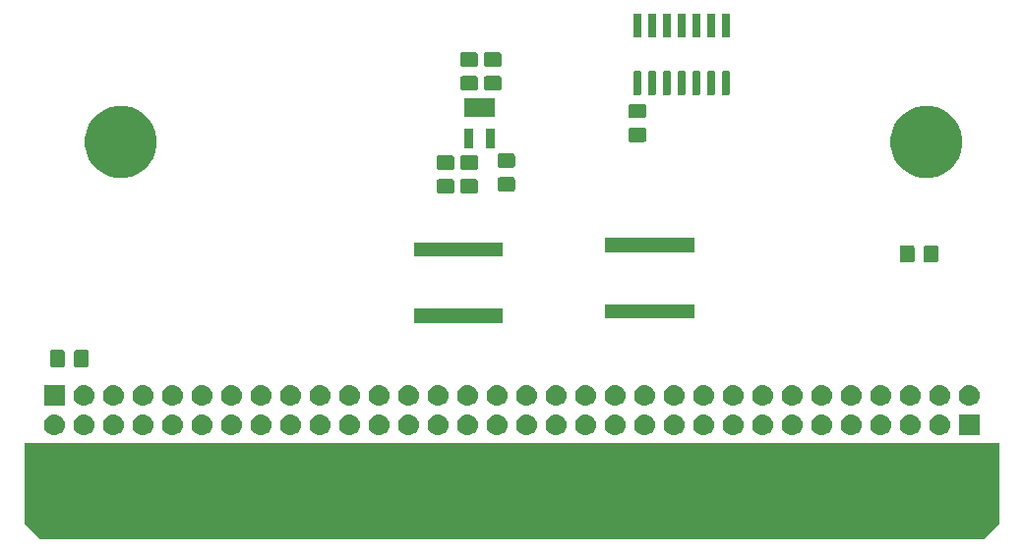
<source format=gbr>
G04 #@! TF.GenerationSoftware,KiCad,Pcbnew,(5.1.4)-1*
G04 #@! TF.CreationDate,2021-02-27T03:26:27-03:00*
G04 #@! TF.ProjectId,OpenDrive-Genesis,4f70656e-4472-4697-9665-2d47656e6573,rev?*
G04 #@! TF.SameCoordinates,Original*
G04 #@! TF.FileFunction,Soldermask,Bot*
G04 #@! TF.FilePolarity,Negative*
%FSLAX46Y46*%
G04 Gerber Fmt 4.6, Leading zero omitted, Abs format (unit mm)*
G04 Created by KiCad (PCBNEW (5.1.4)-1) date 2021-02-27 03:26:27*
%MOMM*%
%LPD*%
G04 APERTURE LIST*
%ADD10C,0.100000*%
G04 APERTURE END LIST*
D10*
G36*
X50419000Y-84328000D02*
G01*
X134239000Y-84328000D01*
X134239000Y-91313000D01*
X132969000Y-92583000D01*
X51689000Y-92583000D01*
X50419000Y-91313000D01*
X50419000Y-84328000D01*
G37*
X50419000Y-84328000D02*
X134239000Y-84328000D01*
X134239000Y-91313000D01*
X132969000Y-92583000D01*
X51689000Y-92583000D01*
X50419000Y-91313000D01*
X50419000Y-84328000D01*
G36*
X114029442Y-81909518D02*
G01*
X114095627Y-81916037D01*
X114265466Y-81967557D01*
X114421991Y-82051222D01*
X114457729Y-82080552D01*
X114559186Y-82163814D01*
X114642448Y-82265271D01*
X114671778Y-82301009D01*
X114755443Y-82457534D01*
X114806963Y-82627373D01*
X114824359Y-82804000D01*
X114806963Y-82980627D01*
X114755443Y-83150466D01*
X114671778Y-83306991D01*
X114642448Y-83342729D01*
X114559186Y-83444186D01*
X114457729Y-83527448D01*
X114421991Y-83556778D01*
X114265466Y-83640443D01*
X114095627Y-83691963D01*
X114029442Y-83698482D01*
X113963260Y-83705000D01*
X113874740Y-83705000D01*
X113808558Y-83698482D01*
X113742373Y-83691963D01*
X113572534Y-83640443D01*
X113416009Y-83556778D01*
X113380271Y-83527448D01*
X113278814Y-83444186D01*
X113195552Y-83342729D01*
X113166222Y-83306991D01*
X113082557Y-83150466D01*
X113031037Y-82980627D01*
X113013641Y-82804000D01*
X113031037Y-82627373D01*
X113082557Y-82457534D01*
X113166222Y-82301009D01*
X113195552Y-82265271D01*
X113278814Y-82163814D01*
X113380271Y-82080552D01*
X113416009Y-82051222D01*
X113572534Y-81967557D01*
X113742373Y-81916037D01*
X113808558Y-81909518D01*
X113874740Y-81903000D01*
X113963260Y-81903000D01*
X114029442Y-81909518D01*
X114029442Y-81909518D01*
G37*
G36*
X129269442Y-81909518D02*
G01*
X129335627Y-81916037D01*
X129505466Y-81967557D01*
X129661991Y-82051222D01*
X129697729Y-82080552D01*
X129799186Y-82163814D01*
X129882448Y-82265271D01*
X129911778Y-82301009D01*
X129995443Y-82457534D01*
X130046963Y-82627373D01*
X130064359Y-82804000D01*
X130046963Y-82980627D01*
X129995443Y-83150466D01*
X129911778Y-83306991D01*
X129882448Y-83342729D01*
X129799186Y-83444186D01*
X129697729Y-83527448D01*
X129661991Y-83556778D01*
X129505466Y-83640443D01*
X129335627Y-83691963D01*
X129269442Y-83698482D01*
X129203260Y-83705000D01*
X129114740Y-83705000D01*
X129048558Y-83698482D01*
X128982373Y-83691963D01*
X128812534Y-83640443D01*
X128656009Y-83556778D01*
X128620271Y-83527448D01*
X128518814Y-83444186D01*
X128435552Y-83342729D01*
X128406222Y-83306991D01*
X128322557Y-83150466D01*
X128271037Y-82980627D01*
X128253641Y-82804000D01*
X128271037Y-82627373D01*
X128322557Y-82457534D01*
X128406222Y-82301009D01*
X128435552Y-82265271D01*
X128518814Y-82163814D01*
X128620271Y-82080552D01*
X128656009Y-82051222D01*
X128812534Y-81967557D01*
X128982373Y-81916037D01*
X129048558Y-81909518D01*
X129114740Y-81903000D01*
X129203260Y-81903000D01*
X129269442Y-81909518D01*
X129269442Y-81909518D01*
G37*
G36*
X96249442Y-81909518D02*
G01*
X96315627Y-81916037D01*
X96485466Y-81967557D01*
X96641991Y-82051222D01*
X96677729Y-82080552D01*
X96779186Y-82163814D01*
X96862448Y-82265271D01*
X96891778Y-82301009D01*
X96975443Y-82457534D01*
X97026963Y-82627373D01*
X97044359Y-82804000D01*
X97026963Y-82980627D01*
X96975443Y-83150466D01*
X96891778Y-83306991D01*
X96862448Y-83342729D01*
X96779186Y-83444186D01*
X96677729Y-83527448D01*
X96641991Y-83556778D01*
X96485466Y-83640443D01*
X96315627Y-83691963D01*
X96249442Y-83698482D01*
X96183260Y-83705000D01*
X96094740Y-83705000D01*
X96028558Y-83698482D01*
X95962373Y-83691963D01*
X95792534Y-83640443D01*
X95636009Y-83556778D01*
X95600271Y-83527448D01*
X95498814Y-83444186D01*
X95415552Y-83342729D01*
X95386222Y-83306991D01*
X95302557Y-83150466D01*
X95251037Y-82980627D01*
X95233641Y-82804000D01*
X95251037Y-82627373D01*
X95302557Y-82457534D01*
X95386222Y-82301009D01*
X95415552Y-82265271D01*
X95498814Y-82163814D01*
X95600271Y-82080552D01*
X95636009Y-82051222D01*
X95792534Y-81967557D01*
X95962373Y-81916037D01*
X96028558Y-81909518D01*
X96094740Y-81903000D01*
X96183260Y-81903000D01*
X96249442Y-81909518D01*
X96249442Y-81909518D01*
G37*
G36*
X98789442Y-81909518D02*
G01*
X98855627Y-81916037D01*
X99025466Y-81967557D01*
X99181991Y-82051222D01*
X99217729Y-82080552D01*
X99319186Y-82163814D01*
X99402448Y-82265271D01*
X99431778Y-82301009D01*
X99515443Y-82457534D01*
X99566963Y-82627373D01*
X99584359Y-82804000D01*
X99566963Y-82980627D01*
X99515443Y-83150466D01*
X99431778Y-83306991D01*
X99402448Y-83342729D01*
X99319186Y-83444186D01*
X99217729Y-83527448D01*
X99181991Y-83556778D01*
X99025466Y-83640443D01*
X98855627Y-83691963D01*
X98789442Y-83698482D01*
X98723260Y-83705000D01*
X98634740Y-83705000D01*
X98568558Y-83698482D01*
X98502373Y-83691963D01*
X98332534Y-83640443D01*
X98176009Y-83556778D01*
X98140271Y-83527448D01*
X98038814Y-83444186D01*
X97955552Y-83342729D01*
X97926222Y-83306991D01*
X97842557Y-83150466D01*
X97791037Y-82980627D01*
X97773641Y-82804000D01*
X97791037Y-82627373D01*
X97842557Y-82457534D01*
X97926222Y-82301009D01*
X97955552Y-82265271D01*
X98038814Y-82163814D01*
X98140271Y-82080552D01*
X98176009Y-82051222D01*
X98332534Y-81967557D01*
X98502373Y-81916037D01*
X98568558Y-81909518D01*
X98634740Y-81903000D01*
X98723260Y-81903000D01*
X98789442Y-81909518D01*
X98789442Y-81909518D01*
G37*
G36*
X101329442Y-81909518D02*
G01*
X101395627Y-81916037D01*
X101565466Y-81967557D01*
X101721991Y-82051222D01*
X101757729Y-82080552D01*
X101859186Y-82163814D01*
X101942448Y-82265271D01*
X101971778Y-82301009D01*
X102055443Y-82457534D01*
X102106963Y-82627373D01*
X102124359Y-82804000D01*
X102106963Y-82980627D01*
X102055443Y-83150466D01*
X101971778Y-83306991D01*
X101942448Y-83342729D01*
X101859186Y-83444186D01*
X101757729Y-83527448D01*
X101721991Y-83556778D01*
X101565466Y-83640443D01*
X101395627Y-83691963D01*
X101329442Y-83698482D01*
X101263260Y-83705000D01*
X101174740Y-83705000D01*
X101108558Y-83698482D01*
X101042373Y-83691963D01*
X100872534Y-83640443D01*
X100716009Y-83556778D01*
X100680271Y-83527448D01*
X100578814Y-83444186D01*
X100495552Y-83342729D01*
X100466222Y-83306991D01*
X100382557Y-83150466D01*
X100331037Y-82980627D01*
X100313641Y-82804000D01*
X100331037Y-82627373D01*
X100382557Y-82457534D01*
X100466222Y-82301009D01*
X100495552Y-82265271D01*
X100578814Y-82163814D01*
X100680271Y-82080552D01*
X100716009Y-82051222D01*
X100872534Y-81967557D01*
X101042373Y-81916037D01*
X101108558Y-81909518D01*
X101174740Y-81903000D01*
X101263260Y-81903000D01*
X101329442Y-81909518D01*
X101329442Y-81909518D01*
G37*
G36*
X103869442Y-81909518D02*
G01*
X103935627Y-81916037D01*
X104105466Y-81967557D01*
X104261991Y-82051222D01*
X104297729Y-82080552D01*
X104399186Y-82163814D01*
X104482448Y-82265271D01*
X104511778Y-82301009D01*
X104595443Y-82457534D01*
X104646963Y-82627373D01*
X104664359Y-82804000D01*
X104646963Y-82980627D01*
X104595443Y-83150466D01*
X104511778Y-83306991D01*
X104482448Y-83342729D01*
X104399186Y-83444186D01*
X104297729Y-83527448D01*
X104261991Y-83556778D01*
X104105466Y-83640443D01*
X103935627Y-83691963D01*
X103869442Y-83698482D01*
X103803260Y-83705000D01*
X103714740Y-83705000D01*
X103648558Y-83698482D01*
X103582373Y-83691963D01*
X103412534Y-83640443D01*
X103256009Y-83556778D01*
X103220271Y-83527448D01*
X103118814Y-83444186D01*
X103035552Y-83342729D01*
X103006222Y-83306991D01*
X102922557Y-83150466D01*
X102871037Y-82980627D01*
X102853641Y-82804000D01*
X102871037Y-82627373D01*
X102922557Y-82457534D01*
X103006222Y-82301009D01*
X103035552Y-82265271D01*
X103118814Y-82163814D01*
X103220271Y-82080552D01*
X103256009Y-82051222D01*
X103412534Y-81967557D01*
X103582373Y-81916037D01*
X103648558Y-81909518D01*
X103714740Y-81903000D01*
X103803260Y-81903000D01*
X103869442Y-81909518D01*
X103869442Y-81909518D01*
G37*
G36*
X106409442Y-81909518D02*
G01*
X106475627Y-81916037D01*
X106645466Y-81967557D01*
X106801991Y-82051222D01*
X106837729Y-82080552D01*
X106939186Y-82163814D01*
X107022448Y-82265271D01*
X107051778Y-82301009D01*
X107135443Y-82457534D01*
X107186963Y-82627373D01*
X107204359Y-82804000D01*
X107186963Y-82980627D01*
X107135443Y-83150466D01*
X107051778Y-83306991D01*
X107022448Y-83342729D01*
X106939186Y-83444186D01*
X106837729Y-83527448D01*
X106801991Y-83556778D01*
X106645466Y-83640443D01*
X106475627Y-83691963D01*
X106409442Y-83698482D01*
X106343260Y-83705000D01*
X106254740Y-83705000D01*
X106188558Y-83698482D01*
X106122373Y-83691963D01*
X105952534Y-83640443D01*
X105796009Y-83556778D01*
X105760271Y-83527448D01*
X105658814Y-83444186D01*
X105575552Y-83342729D01*
X105546222Y-83306991D01*
X105462557Y-83150466D01*
X105411037Y-82980627D01*
X105393641Y-82804000D01*
X105411037Y-82627373D01*
X105462557Y-82457534D01*
X105546222Y-82301009D01*
X105575552Y-82265271D01*
X105658814Y-82163814D01*
X105760271Y-82080552D01*
X105796009Y-82051222D01*
X105952534Y-81967557D01*
X106122373Y-81916037D01*
X106188558Y-81909518D01*
X106254740Y-81903000D01*
X106343260Y-81903000D01*
X106409442Y-81909518D01*
X106409442Y-81909518D01*
G37*
G36*
X108949442Y-81909518D02*
G01*
X109015627Y-81916037D01*
X109185466Y-81967557D01*
X109341991Y-82051222D01*
X109377729Y-82080552D01*
X109479186Y-82163814D01*
X109562448Y-82265271D01*
X109591778Y-82301009D01*
X109675443Y-82457534D01*
X109726963Y-82627373D01*
X109744359Y-82804000D01*
X109726963Y-82980627D01*
X109675443Y-83150466D01*
X109591778Y-83306991D01*
X109562448Y-83342729D01*
X109479186Y-83444186D01*
X109377729Y-83527448D01*
X109341991Y-83556778D01*
X109185466Y-83640443D01*
X109015627Y-83691963D01*
X108949442Y-83698482D01*
X108883260Y-83705000D01*
X108794740Y-83705000D01*
X108728558Y-83698482D01*
X108662373Y-83691963D01*
X108492534Y-83640443D01*
X108336009Y-83556778D01*
X108300271Y-83527448D01*
X108198814Y-83444186D01*
X108115552Y-83342729D01*
X108086222Y-83306991D01*
X108002557Y-83150466D01*
X107951037Y-82980627D01*
X107933641Y-82804000D01*
X107951037Y-82627373D01*
X108002557Y-82457534D01*
X108086222Y-82301009D01*
X108115552Y-82265271D01*
X108198814Y-82163814D01*
X108300271Y-82080552D01*
X108336009Y-82051222D01*
X108492534Y-81967557D01*
X108662373Y-81916037D01*
X108728558Y-81909518D01*
X108794740Y-81903000D01*
X108883260Y-81903000D01*
X108949442Y-81909518D01*
X108949442Y-81909518D01*
G37*
G36*
X111489442Y-81909518D02*
G01*
X111555627Y-81916037D01*
X111725466Y-81967557D01*
X111881991Y-82051222D01*
X111917729Y-82080552D01*
X112019186Y-82163814D01*
X112102448Y-82265271D01*
X112131778Y-82301009D01*
X112215443Y-82457534D01*
X112266963Y-82627373D01*
X112284359Y-82804000D01*
X112266963Y-82980627D01*
X112215443Y-83150466D01*
X112131778Y-83306991D01*
X112102448Y-83342729D01*
X112019186Y-83444186D01*
X111917729Y-83527448D01*
X111881991Y-83556778D01*
X111725466Y-83640443D01*
X111555627Y-83691963D01*
X111489442Y-83698482D01*
X111423260Y-83705000D01*
X111334740Y-83705000D01*
X111268558Y-83698482D01*
X111202373Y-83691963D01*
X111032534Y-83640443D01*
X110876009Y-83556778D01*
X110840271Y-83527448D01*
X110738814Y-83444186D01*
X110655552Y-83342729D01*
X110626222Y-83306991D01*
X110542557Y-83150466D01*
X110491037Y-82980627D01*
X110473641Y-82804000D01*
X110491037Y-82627373D01*
X110542557Y-82457534D01*
X110626222Y-82301009D01*
X110655552Y-82265271D01*
X110738814Y-82163814D01*
X110840271Y-82080552D01*
X110876009Y-82051222D01*
X111032534Y-81967557D01*
X111202373Y-81916037D01*
X111268558Y-81909518D01*
X111334740Y-81903000D01*
X111423260Y-81903000D01*
X111489442Y-81909518D01*
X111489442Y-81909518D01*
G37*
G36*
X91169442Y-81909518D02*
G01*
X91235627Y-81916037D01*
X91405466Y-81967557D01*
X91561991Y-82051222D01*
X91597729Y-82080552D01*
X91699186Y-82163814D01*
X91782448Y-82265271D01*
X91811778Y-82301009D01*
X91895443Y-82457534D01*
X91946963Y-82627373D01*
X91964359Y-82804000D01*
X91946963Y-82980627D01*
X91895443Y-83150466D01*
X91811778Y-83306991D01*
X91782448Y-83342729D01*
X91699186Y-83444186D01*
X91597729Y-83527448D01*
X91561991Y-83556778D01*
X91405466Y-83640443D01*
X91235627Y-83691963D01*
X91169442Y-83698482D01*
X91103260Y-83705000D01*
X91014740Y-83705000D01*
X90948558Y-83698482D01*
X90882373Y-83691963D01*
X90712534Y-83640443D01*
X90556009Y-83556778D01*
X90520271Y-83527448D01*
X90418814Y-83444186D01*
X90335552Y-83342729D01*
X90306222Y-83306991D01*
X90222557Y-83150466D01*
X90171037Y-82980627D01*
X90153641Y-82804000D01*
X90171037Y-82627373D01*
X90222557Y-82457534D01*
X90306222Y-82301009D01*
X90335552Y-82265271D01*
X90418814Y-82163814D01*
X90520271Y-82080552D01*
X90556009Y-82051222D01*
X90712534Y-81967557D01*
X90882373Y-81916037D01*
X90948558Y-81909518D01*
X91014740Y-81903000D01*
X91103260Y-81903000D01*
X91169442Y-81909518D01*
X91169442Y-81909518D01*
G37*
G36*
X116569442Y-81909518D02*
G01*
X116635627Y-81916037D01*
X116805466Y-81967557D01*
X116961991Y-82051222D01*
X116997729Y-82080552D01*
X117099186Y-82163814D01*
X117182448Y-82265271D01*
X117211778Y-82301009D01*
X117295443Y-82457534D01*
X117346963Y-82627373D01*
X117364359Y-82804000D01*
X117346963Y-82980627D01*
X117295443Y-83150466D01*
X117211778Y-83306991D01*
X117182448Y-83342729D01*
X117099186Y-83444186D01*
X116997729Y-83527448D01*
X116961991Y-83556778D01*
X116805466Y-83640443D01*
X116635627Y-83691963D01*
X116569442Y-83698482D01*
X116503260Y-83705000D01*
X116414740Y-83705000D01*
X116348558Y-83698482D01*
X116282373Y-83691963D01*
X116112534Y-83640443D01*
X115956009Y-83556778D01*
X115920271Y-83527448D01*
X115818814Y-83444186D01*
X115735552Y-83342729D01*
X115706222Y-83306991D01*
X115622557Y-83150466D01*
X115571037Y-82980627D01*
X115553641Y-82804000D01*
X115571037Y-82627373D01*
X115622557Y-82457534D01*
X115706222Y-82301009D01*
X115735552Y-82265271D01*
X115818814Y-82163814D01*
X115920271Y-82080552D01*
X115956009Y-82051222D01*
X116112534Y-81967557D01*
X116282373Y-81916037D01*
X116348558Y-81909518D01*
X116414740Y-81903000D01*
X116503260Y-81903000D01*
X116569442Y-81909518D01*
X116569442Y-81909518D01*
G37*
G36*
X119109442Y-81909518D02*
G01*
X119175627Y-81916037D01*
X119345466Y-81967557D01*
X119501991Y-82051222D01*
X119537729Y-82080552D01*
X119639186Y-82163814D01*
X119722448Y-82265271D01*
X119751778Y-82301009D01*
X119835443Y-82457534D01*
X119886963Y-82627373D01*
X119904359Y-82804000D01*
X119886963Y-82980627D01*
X119835443Y-83150466D01*
X119751778Y-83306991D01*
X119722448Y-83342729D01*
X119639186Y-83444186D01*
X119537729Y-83527448D01*
X119501991Y-83556778D01*
X119345466Y-83640443D01*
X119175627Y-83691963D01*
X119109442Y-83698482D01*
X119043260Y-83705000D01*
X118954740Y-83705000D01*
X118888558Y-83698482D01*
X118822373Y-83691963D01*
X118652534Y-83640443D01*
X118496009Y-83556778D01*
X118460271Y-83527448D01*
X118358814Y-83444186D01*
X118275552Y-83342729D01*
X118246222Y-83306991D01*
X118162557Y-83150466D01*
X118111037Y-82980627D01*
X118093641Y-82804000D01*
X118111037Y-82627373D01*
X118162557Y-82457534D01*
X118246222Y-82301009D01*
X118275552Y-82265271D01*
X118358814Y-82163814D01*
X118460271Y-82080552D01*
X118496009Y-82051222D01*
X118652534Y-81967557D01*
X118822373Y-81916037D01*
X118888558Y-81909518D01*
X118954740Y-81903000D01*
X119043260Y-81903000D01*
X119109442Y-81909518D01*
X119109442Y-81909518D01*
G37*
G36*
X121649442Y-81909518D02*
G01*
X121715627Y-81916037D01*
X121885466Y-81967557D01*
X122041991Y-82051222D01*
X122077729Y-82080552D01*
X122179186Y-82163814D01*
X122262448Y-82265271D01*
X122291778Y-82301009D01*
X122375443Y-82457534D01*
X122426963Y-82627373D01*
X122444359Y-82804000D01*
X122426963Y-82980627D01*
X122375443Y-83150466D01*
X122291778Y-83306991D01*
X122262448Y-83342729D01*
X122179186Y-83444186D01*
X122077729Y-83527448D01*
X122041991Y-83556778D01*
X121885466Y-83640443D01*
X121715627Y-83691963D01*
X121649442Y-83698482D01*
X121583260Y-83705000D01*
X121494740Y-83705000D01*
X121428558Y-83698482D01*
X121362373Y-83691963D01*
X121192534Y-83640443D01*
X121036009Y-83556778D01*
X121000271Y-83527448D01*
X120898814Y-83444186D01*
X120815552Y-83342729D01*
X120786222Y-83306991D01*
X120702557Y-83150466D01*
X120651037Y-82980627D01*
X120633641Y-82804000D01*
X120651037Y-82627373D01*
X120702557Y-82457534D01*
X120786222Y-82301009D01*
X120815552Y-82265271D01*
X120898814Y-82163814D01*
X121000271Y-82080552D01*
X121036009Y-82051222D01*
X121192534Y-81967557D01*
X121362373Y-81916037D01*
X121428558Y-81909518D01*
X121494740Y-81903000D01*
X121583260Y-81903000D01*
X121649442Y-81909518D01*
X121649442Y-81909518D01*
G37*
G36*
X124189442Y-81909518D02*
G01*
X124255627Y-81916037D01*
X124425466Y-81967557D01*
X124581991Y-82051222D01*
X124617729Y-82080552D01*
X124719186Y-82163814D01*
X124802448Y-82265271D01*
X124831778Y-82301009D01*
X124915443Y-82457534D01*
X124966963Y-82627373D01*
X124984359Y-82804000D01*
X124966963Y-82980627D01*
X124915443Y-83150466D01*
X124831778Y-83306991D01*
X124802448Y-83342729D01*
X124719186Y-83444186D01*
X124617729Y-83527448D01*
X124581991Y-83556778D01*
X124425466Y-83640443D01*
X124255627Y-83691963D01*
X124189442Y-83698482D01*
X124123260Y-83705000D01*
X124034740Y-83705000D01*
X123968558Y-83698482D01*
X123902373Y-83691963D01*
X123732534Y-83640443D01*
X123576009Y-83556778D01*
X123540271Y-83527448D01*
X123438814Y-83444186D01*
X123355552Y-83342729D01*
X123326222Y-83306991D01*
X123242557Y-83150466D01*
X123191037Y-82980627D01*
X123173641Y-82804000D01*
X123191037Y-82627373D01*
X123242557Y-82457534D01*
X123326222Y-82301009D01*
X123355552Y-82265271D01*
X123438814Y-82163814D01*
X123540271Y-82080552D01*
X123576009Y-82051222D01*
X123732534Y-81967557D01*
X123902373Y-81916037D01*
X123968558Y-81909518D01*
X124034740Y-81903000D01*
X124123260Y-81903000D01*
X124189442Y-81909518D01*
X124189442Y-81909518D01*
G37*
G36*
X126729442Y-81909518D02*
G01*
X126795627Y-81916037D01*
X126965466Y-81967557D01*
X127121991Y-82051222D01*
X127157729Y-82080552D01*
X127259186Y-82163814D01*
X127342448Y-82265271D01*
X127371778Y-82301009D01*
X127455443Y-82457534D01*
X127506963Y-82627373D01*
X127524359Y-82804000D01*
X127506963Y-82980627D01*
X127455443Y-83150466D01*
X127371778Y-83306991D01*
X127342448Y-83342729D01*
X127259186Y-83444186D01*
X127157729Y-83527448D01*
X127121991Y-83556778D01*
X126965466Y-83640443D01*
X126795627Y-83691963D01*
X126729442Y-83698482D01*
X126663260Y-83705000D01*
X126574740Y-83705000D01*
X126508558Y-83698482D01*
X126442373Y-83691963D01*
X126272534Y-83640443D01*
X126116009Y-83556778D01*
X126080271Y-83527448D01*
X125978814Y-83444186D01*
X125895552Y-83342729D01*
X125866222Y-83306991D01*
X125782557Y-83150466D01*
X125731037Y-82980627D01*
X125713641Y-82804000D01*
X125731037Y-82627373D01*
X125782557Y-82457534D01*
X125866222Y-82301009D01*
X125895552Y-82265271D01*
X125978814Y-82163814D01*
X126080271Y-82080552D01*
X126116009Y-82051222D01*
X126272534Y-81967557D01*
X126442373Y-81916037D01*
X126508558Y-81909518D01*
X126574740Y-81903000D01*
X126663260Y-81903000D01*
X126729442Y-81909518D01*
X126729442Y-81909518D01*
G37*
G36*
X132600000Y-83705000D02*
G01*
X130798000Y-83705000D01*
X130798000Y-81903000D01*
X132600000Y-81903000D01*
X132600000Y-83705000D01*
X132600000Y-83705000D01*
G37*
G36*
X70849442Y-81909518D02*
G01*
X70915627Y-81916037D01*
X71085466Y-81967557D01*
X71241991Y-82051222D01*
X71277729Y-82080552D01*
X71379186Y-82163814D01*
X71462448Y-82265271D01*
X71491778Y-82301009D01*
X71575443Y-82457534D01*
X71626963Y-82627373D01*
X71644359Y-82804000D01*
X71626963Y-82980627D01*
X71575443Y-83150466D01*
X71491778Y-83306991D01*
X71462448Y-83342729D01*
X71379186Y-83444186D01*
X71277729Y-83527448D01*
X71241991Y-83556778D01*
X71085466Y-83640443D01*
X70915627Y-83691963D01*
X70849442Y-83698482D01*
X70783260Y-83705000D01*
X70694740Y-83705000D01*
X70628558Y-83698482D01*
X70562373Y-83691963D01*
X70392534Y-83640443D01*
X70236009Y-83556778D01*
X70200271Y-83527448D01*
X70098814Y-83444186D01*
X70015552Y-83342729D01*
X69986222Y-83306991D01*
X69902557Y-83150466D01*
X69851037Y-82980627D01*
X69833641Y-82804000D01*
X69851037Y-82627373D01*
X69902557Y-82457534D01*
X69986222Y-82301009D01*
X70015552Y-82265271D01*
X70098814Y-82163814D01*
X70200271Y-82080552D01*
X70236009Y-82051222D01*
X70392534Y-81967557D01*
X70562373Y-81916037D01*
X70628558Y-81909518D01*
X70694740Y-81903000D01*
X70783260Y-81903000D01*
X70849442Y-81909518D01*
X70849442Y-81909518D01*
G37*
G36*
X55609442Y-81909518D02*
G01*
X55675627Y-81916037D01*
X55845466Y-81967557D01*
X56001991Y-82051222D01*
X56037729Y-82080552D01*
X56139186Y-82163814D01*
X56222448Y-82265271D01*
X56251778Y-82301009D01*
X56335443Y-82457534D01*
X56386963Y-82627373D01*
X56404359Y-82804000D01*
X56386963Y-82980627D01*
X56335443Y-83150466D01*
X56251778Y-83306991D01*
X56222448Y-83342729D01*
X56139186Y-83444186D01*
X56037729Y-83527448D01*
X56001991Y-83556778D01*
X55845466Y-83640443D01*
X55675627Y-83691963D01*
X55609442Y-83698482D01*
X55543260Y-83705000D01*
X55454740Y-83705000D01*
X55388558Y-83698482D01*
X55322373Y-83691963D01*
X55152534Y-83640443D01*
X54996009Y-83556778D01*
X54960271Y-83527448D01*
X54858814Y-83444186D01*
X54775552Y-83342729D01*
X54746222Y-83306991D01*
X54662557Y-83150466D01*
X54611037Y-82980627D01*
X54593641Y-82804000D01*
X54611037Y-82627373D01*
X54662557Y-82457534D01*
X54746222Y-82301009D01*
X54775552Y-82265271D01*
X54858814Y-82163814D01*
X54960271Y-82080552D01*
X54996009Y-82051222D01*
X55152534Y-81967557D01*
X55322373Y-81916037D01*
X55388558Y-81909518D01*
X55454740Y-81903000D01*
X55543260Y-81903000D01*
X55609442Y-81909518D01*
X55609442Y-81909518D01*
G37*
G36*
X53069442Y-81909518D02*
G01*
X53135627Y-81916037D01*
X53305466Y-81967557D01*
X53461991Y-82051222D01*
X53497729Y-82080552D01*
X53599186Y-82163814D01*
X53682448Y-82265271D01*
X53711778Y-82301009D01*
X53795443Y-82457534D01*
X53846963Y-82627373D01*
X53864359Y-82804000D01*
X53846963Y-82980627D01*
X53795443Y-83150466D01*
X53711778Y-83306991D01*
X53682448Y-83342729D01*
X53599186Y-83444186D01*
X53497729Y-83527448D01*
X53461991Y-83556778D01*
X53305466Y-83640443D01*
X53135627Y-83691963D01*
X53069442Y-83698482D01*
X53003260Y-83705000D01*
X52914740Y-83705000D01*
X52848558Y-83698482D01*
X52782373Y-83691963D01*
X52612534Y-83640443D01*
X52456009Y-83556778D01*
X52420271Y-83527448D01*
X52318814Y-83444186D01*
X52235552Y-83342729D01*
X52206222Y-83306991D01*
X52122557Y-83150466D01*
X52071037Y-82980627D01*
X52053641Y-82804000D01*
X52071037Y-82627373D01*
X52122557Y-82457534D01*
X52206222Y-82301009D01*
X52235552Y-82265271D01*
X52318814Y-82163814D01*
X52420271Y-82080552D01*
X52456009Y-82051222D01*
X52612534Y-81967557D01*
X52782373Y-81916037D01*
X52848558Y-81909518D01*
X52914740Y-81903000D01*
X53003260Y-81903000D01*
X53069442Y-81909518D01*
X53069442Y-81909518D01*
G37*
G36*
X88629442Y-81909518D02*
G01*
X88695627Y-81916037D01*
X88865466Y-81967557D01*
X89021991Y-82051222D01*
X89057729Y-82080552D01*
X89159186Y-82163814D01*
X89242448Y-82265271D01*
X89271778Y-82301009D01*
X89355443Y-82457534D01*
X89406963Y-82627373D01*
X89424359Y-82804000D01*
X89406963Y-82980627D01*
X89355443Y-83150466D01*
X89271778Y-83306991D01*
X89242448Y-83342729D01*
X89159186Y-83444186D01*
X89057729Y-83527448D01*
X89021991Y-83556778D01*
X88865466Y-83640443D01*
X88695627Y-83691963D01*
X88629442Y-83698482D01*
X88563260Y-83705000D01*
X88474740Y-83705000D01*
X88408558Y-83698482D01*
X88342373Y-83691963D01*
X88172534Y-83640443D01*
X88016009Y-83556778D01*
X87980271Y-83527448D01*
X87878814Y-83444186D01*
X87795552Y-83342729D01*
X87766222Y-83306991D01*
X87682557Y-83150466D01*
X87631037Y-82980627D01*
X87613641Y-82804000D01*
X87631037Y-82627373D01*
X87682557Y-82457534D01*
X87766222Y-82301009D01*
X87795552Y-82265271D01*
X87878814Y-82163814D01*
X87980271Y-82080552D01*
X88016009Y-82051222D01*
X88172534Y-81967557D01*
X88342373Y-81916037D01*
X88408558Y-81909518D01*
X88474740Y-81903000D01*
X88563260Y-81903000D01*
X88629442Y-81909518D01*
X88629442Y-81909518D01*
G37*
G36*
X86089442Y-81909518D02*
G01*
X86155627Y-81916037D01*
X86325466Y-81967557D01*
X86481991Y-82051222D01*
X86517729Y-82080552D01*
X86619186Y-82163814D01*
X86702448Y-82265271D01*
X86731778Y-82301009D01*
X86815443Y-82457534D01*
X86866963Y-82627373D01*
X86884359Y-82804000D01*
X86866963Y-82980627D01*
X86815443Y-83150466D01*
X86731778Y-83306991D01*
X86702448Y-83342729D01*
X86619186Y-83444186D01*
X86517729Y-83527448D01*
X86481991Y-83556778D01*
X86325466Y-83640443D01*
X86155627Y-83691963D01*
X86089442Y-83698482D01*
X86023260Y-83705000D01*
X85934740Y-83705000D01*
X85868558Y-83698482D01*
X85802373Y-83691963D01*
X85632534Y-83640443D01*
X85476009Y-83556778D01*
X85440271Y-83527448D01*
X85338814Y-83444186D01*
X85255552Y-83342729D01*
X85226222Y-83306991D01*
X85142557Y-83150466D01*
X85091037Y-82980627D01*
X85073641Y-82804000D01*
X85091037Y-82627373D01*
X85142557Y-82457534D01*
X85226222Y-82301009D01*
X85255552Y-82265271D01*
X85338814Y-82163814D01*
X85440271Y-82080552D01*
X85476009Y-82051222D01*
X85632534Y-81967557D01*
X85802373Y-81916037D01*
X85868558Y-81909518D01*
X85934740Y-81903000D01*
X86023260Y-81903000D01*
X86089442Y-81909518D01*
X86089442Y-81909518D01*
G37*
G36*
X83549442Y-81909518D02*
G01*
X83615627Y-81916037D01*
X83785466Y-81967557D01*
X83941991Y-82051222D01*
X83977729Y-82080552D01*
X84079186Y-82163814D01*
X84162448Y-82265271D01*
X84191778Y-82301009D01*
X84275443Y-82457534D01*
X84326963Y-82627373D01*
X84344359Y-82804000D01*
X84326963Y-82980627D01*
X84275443Y-83150466D01*
X84191778Y-83306991D01*
X84162448Y-83342729D01*
X84079186Y-83444186D01*
X83977729Y-83527448D01*
X83941991Y-83556778D01*
X83785466Y-83640443D01*
X83615627Y-83691963D01*
X83549442Y-83698482D01*
X83483260Y-83705000D01*
X83394740Y-83705000D01*
X83328558Y-83698482D01*
X83262373Y-83691963D01*
X83092534Y-83640443D01*
X82936009Y-83556778D01*
X82900271Y-83527448D01*
X82798814Y-83444186D01*
X82715552Y-83342729D01*
X82686222Y-83306991D01*
X82602557Y-83150466D01*
X82551037Y-82980627D01*
X82533641Y-82804000D01*
X82551037Y-82627373D01*
X82602557Y-82457534D01*
X82686222Y-82301009D01*
X82715552Y-82265271D01*
X82798814Y-82163814D01*
X82900271Y-82080552D01*
X82936009Y-82051222D01*
X83092534Y-81967557D01*
X83262373Y-81916037D01*
X83328558Y-81909518D01*
X83394740Y-81903000D01*
X83483260Y-81903000D01*
X83549442Y-81909518D01*
X83549442Y-81909518D01*
G37*
G36*
X81009442Y-81909518D02*
G01*
X81075627Y-81916037D01*
X81245466Y-81967557D01*
X81401991Y-82051222D01*
X81437729Y-82080552D01*
X81539186Y-82163814D01*
X81622448Y-82265271D01*
X81651778Y-82301009D01*
X81735443Y-82457534D01*
X81786963Y-82627373D01*
X81804359Y-82804000D01*
X81786963Y-82980627D01*
X81735443Y-83150466D01*
X81651778Y-83306991D01*
X81622448Y-83342729D01*
X81539186Y-83444186D01*
X81437729Y-83527448D01*
X81401991Y-83556778D01*
X81245466Y-83640443D01*
X81075627Y-83691963D01*
X81009442Y-83698482D01*
X80943260Y-83705000D01*
X80854740Y-83705000D01*
X80788558Y-83698482D01*
X80722373Y-83691963D01*
X80552534Y-83640443D01*
X80396009Y-83556778D01*
X80360271Y-83527448D01*
X80258814Y-83444186D01*
X80175552Y-83342729D01*
X80146222Y-83306991D01*
X80062557Y-83150466D01*
X80011037Y-82980627D01*
X79993641Y-82804000D01*
X80011037Y-82627373D01*
X80062557Y-82457534D01*
X80146222Y-82301009D01*
X80175552Y-82265271D01*
X80258814Y-82163814D01*
X80360271Y-82080552D01*
X80396009Y-82051222D01*
X80552534Y-81967557D01*
X80722373Y-81916037D01*
X80788558Y-81909518D01*
X80854740Y-81903000D01*
X80943260Y-81903000D01*
X81009442Y-81909518D01*
X81009442Y-81909518D01*
G37*
G36*
X78469442Y-81909518D02*
G01*
X78535627Y-81916037D01*
X78705466Y-81967557D01*
X78861991Y-82051222D01*
X78897729Y-82080552D01*
X78999186Y-82163814D01*
X79082448Y-82265271D01*
X79111778Y-82301009D01*
X79195443Y-82457534D01*
X79246963Y-82627373D01*
X79264359Y-82804000D01*
X79246963Y-82980627D01*
X79195443Y-83150466D01*
X79111778Y-83306991D01*
X79082448Y-83342729D01*
X78999186Y-83444186D01*
X78897729Y-83527448D01*
X78861991Y-83556778D01*
X78705466Y-83640443D01*
X78535627Y-83691963D01*
X78469442Y-83698482D01*
X78403260Y-83705000D01*
X78314740Y-83705000D01*
X78248558Y-83698482D01*
X78182373Y-83691963D01*
X78012534Y-83640443D01*
X77856009Y-83556778D01*
X77820271Y-83527448D01*
X77718814Y-83444186D01*
X77635552Y-83342729D01*
X77606222Y-83306991D01*
X77522557Y-83150466D01*
X77471037Y-82980627D01*
X77453641Y-82804000D01*
X77471037Y-82627373D01*
X77522557Y-82457534D01*
X77606222Y-82301009D01*
X77635552Y-82265271D01*
X77718814Y-82163814D01*
X77820271Y-82080552D01*
X77856009Y-82051222D01*
X78012534Y-81967557D01*
X78182373Y-81916037D01*
X78248558Y-81909518D01*
X78314740Y-81903000D01*
X78403260Y-81903000D01*
X78469442Y-81909518D01*
X78469442Y-81909518D01*
G37*
G36*
X75929442Y-81909518D02*
G01*
X75995627Y-81916037D01*
X76165466Y-81967557D01*
X76321991Y-82051222D01*
X76357729Y-82080552D01*
X76459186Y-82163814D01*
X76542448Y-82265271D01*
X76571778Y-82301009D01*
X76655443Y-82457534D01*
X76706963Y-82627373D01*
X76724359Y-82804000D01*
X76706963Y-82980627D01*
X76655443Y-83150466D01*
X76571778Y-83306991D01*
X76542448Y-83342729D01*
X76459186Y-83444186D01*
X76357729Y-83527448D01*
X76321991Y-83556778D01*
X76165466Y-83640443D01*
X75995627Y-83691963D01*
X75929442Y-83698482D01*
X75863260Y-83705000D01*
X75774740Y-83705000D01*
X75708558Y-83698482D01*
X75642373Y-83691963D01*
X75472534Y-83640443D01*
X75316009Y-83556778D01*
X75280271Y-83527448D01*
X75178814Y-83444186D01*
X75095552Y-83342729D01*
X75066222Y-83306991D01*
X74982557Y-83150466D01*
X74931037Y-82980627D01*
X74913641Y-82804000D01*
X74931037Y-82627373D01*
X74982557Y-82457534D01*
X75066222Y-82301009D01*
X75095552Y-82265271D01*
X75178814Y-82163814D01*
X75280271Y-82080552D01*
X75316009Y-82051222D01*
X75472534Y-81967557D01*
X75642373Y-81916037D01*
X75708558Y-81909518D01*
X75774740Y-81903000D01*
X75863260Y-81903000D01*
X75929442Y-81909518D01*
X75929442Y-81909518D01*
G37*
G36*
X73389442Y-81909518D02*
G01*
X73455627Y-81916037D01*
X73625466Y-81967557D01*
X73781991Y-82051222D01*
X73817729Y-82080552D01*
X73919186Y-82163814D01*
X74002448Y-82265271D01*
X74031778Y-82301009D01*
X74115443Y-82457534D01*
X74166963Y-82627373D01*
X74184359Y-82804000D01*
X74166963Y-82980627D01*
X74115443Y-83150466D01*
X74031778Y-83306991D01*
X74002448Y-83342729D01*
X73919186Y-83444186D01*
X73817729Y-83527448D01*
X73781991Y-83556778D01*
X73625466Y-83640443D01*
X73455627Y-83691963D01*
X73389442Y-83698482D01*
X73323260Y-83705000D01*
X73234740Y-83705000D01*
X73168558Y-83698482D01*
X73102373Y-83691963D01*
X72932534Y-83640443D01*
X72776009Y-83556778D01*
X72740271Y-83527448D01*
X72638814Y-83444186D01*
X72555552Y-83342729D01*
X72526222Y-83306991D01*
X72442557Y-83150466D01*
X72391037Y-82980627D01*
X72373641Y-82804000D01*
X72391037Y-82627373D01*
X72442557Y-82457534D01*
X72526222Y-82301009D01*
X72555552Y-82265271D01*
X72638814Y-82163814D01*
X72740271Y-82080552D01*
X72776009Y-82051222D01*
X72932534Y-81967557D01*
X73102373Y-81916037D01*
X73168558Y-81909518D01*
X73234740Y-81903000D01*
X73323260Y-81903000D01*
X73389442Y-81909518D01*
X73389442Y-81909518D01*
G37*
G36*
X93709442Y-81909518D02*
G01*
X93775627Y-81916037D01*
X93945466Y-81967557D01*
X94101991Y-82051222D01*
X94137729Y-82080552D01*
X94239186Y-82163814D01*
X94322448Y-82265271D01*
X94351778Y-82301009D01*
X94435443Y-82457534D01*
X94486963Y-82627373D01*
X94504359Y-82804000D01*
X94486963Y-82980627D01*
X94435443Y-83150466D01*
X94351778Y-83306991D01*
X94322448Y-83342729D01*
X94239186Y-83444186D01*
X94137729Y-83527448D01*
X94101991Y-83556778D01*
X93945466Y-83640443D01*
X93775627Y-83691963D01*
X93709442Y-83698482D01*
X93643260Y-83705000D01*
X93554740Y-83705000D01*
X93488558Y-83698482D01*
X93422373Y-83691963D01*
X93252534Y-83640443D01*
X93096009Y-83556778D01*
X93060271Y-83527448D01*
X92958814Y-83444186D01*
X92875552Y-83342729D01*
X92846222Y-83306991D01*
X92762557Y-83150466D01*
X92711037Y-82980627D01*
X92693641Y-82804000D01*
X92711037Y-82627373D01*
X92762557Y-82457534D01*
X92846222Y-82301009D01*
X92875552Y-82265271D01*
X92958814Y-82163814D01*
X93060271Y-82080552D01*
X93096009Y-82051222D01*
X93252534Y-81967557D01*
X93422373Y-81916037D01*
X93488558Y-81909518D01*
X93554740Y-81903000D01*
X93643260Y-81903000D01*
X93709442Y-81909518D01*
X93709442Y-81909518D01*
G37*
G36*
X68309442Y-81909518D02*
G01*
X68375627Y-81916037D01*
X68545466Y-81967557D01*
X68701991Y-82051222D01*
X68737729Y-82080552D01*
X68839186Y-82163814D01*
X68922448Y-82265271D01*
X68951778Y-82301009D01*
X69035443Y-82457534D01*
X69086963Y-82627373D01*
X69104359Y-82804000D01*
X69086963Y-82980627D01*
X69035443Y-83150466D01*
X68951778Y-83306991D01*
X68922448Y-83342729D01*
X68839186Y-83444186D01*
X68737729Y-83527448D01*
X68701991Y-83556778D01*
X68545466Y-83640443D01*
X68375627Y-83691963D01*
X68309442Y-83698482D01*
X68243260Y-83705000D01*
X68154740Y-83705000D01*
X68088558Y-83698482D01*
X68022373Y-83691963D01*
X67852534Y-83640443D01*
X67696009Y-83556778D01*
X67660271Y-83527448D01*
X67558814Y-83444186D01*
X67475552Y-83342729D01*
X67446222Y-83306991D01*
X67362557Y-83150466D01*
X67311037Y-82980627D01*
X67293641Y-82804000D01*
X67311037Y-82627373D01*
X67362557Y-82457534D01*
X67446222Y-82301009D01*
X67475552Y-82265271D01*
X67558814Y-82163814D01*
X67660271Y-82080552D01*
X67696009Y-82051222D01*
X67852534Y-81967557D01*
X68022373Y-81916037D01*
X68088558Y-81909518D01*
X68154740Y-81903000D01*
X68243260Y-81903000D01*
X68309442Y-81909518D01*
X68309442Y-81909518D01*
G37*
G36*
X65769442Y-81909518D02*
G01*
X65835627Y-81916037D01*
X66005466Y-81967557D01*
X66161991Y-82051222D01*
X66197729Y-82080552D01*
X66299186Y-82163814D01*
X66382448Y-82265271D01*
X66411778Y-82301009D01*
X66495443Y-82457534D01*
X66546963Y-82627373D01*
X66564359Y-82804000D01*
X66546963Y-82980627D01*
X66495443Y-83150466D01*
X66411778Y-83306991D01*
X66382448Y-83342729D01*
X66299186Y-83444186D01*
X66197729Y-83527448D01*
X66161991Y-83556778D01*
X66005466Y-83640443D01*
X65835627Y-83691963D01*
X65769442Y-83698482D01*
X65703260Y-83705000D01*
X65614740Y-83705000D01*
X65548558Y-83698482D01*
X65482373Y-83691963D01*
X65312534Y-83640443D01*
X65156009Y-83556778D01*
X65120271Y-83527448D01*
X65018814Y-83444186D01*
X64935552Y-83342729D01*
X64906222Y-83306991D01*
X64822557Y-83150466D01*
X64771037Y-82980627D01*
X64753641Y-82804000D01*
X64771037Y-82627373D01*
X64822557Y-82457534D01*
X64906222Y-82301009D01*
X64935552Y-82265271D01*
X65018814Y-82163814D01*
X65120271Y-82080552D01*
X65156009Y-82051222D01*
X65312534Y-81967557D01*
X65482373Y-81916037D01*
X65548558Y-81909518D01*
X65614740Y-81903000D01*
X65703260Y-81903000D01*
X65769442Y-81909518D01*
X65769442Y-81909518D01*
G37*
G36*
X63229442Y-81909518D02*
G01*
X63295627Y-81916037D01*
X63465466Y-81967557D01*
X63621991Y-82051222D01*
X63657729Y-82080552D01*
X63759186Y-82163814D01*
X63842448Y-82265271D01*
X63871778Y-82301009D01*
X63955443Y-82457534D01*
X64006963Y-82627373D01*
X64024359Y-82804000D01*
X64006963Y-82980627D01*
X63955443Y-83150466D01*
X63871778Y-83306991D01*
X63842448Y-83342729D01*
X63759186Y-83444186D01*
X63657729Y-83527448D01*
X63621991Y-83556778D01*
X63465466Y-83640443D01*
X63295627Y-83691963D01*
X63229442Y-83698482D01*
X63163260Y-83705000D01*
X63074740Y-83705000D01*
X63008558Y-83698482D01*
X62942373Y-83691963D01*
X62772534Y-83640443D01*
X62616009Y-83556778D01*
X62580271Y-83527448D01*
X62478814Y-83444186D01*
X62395552Y-83342729D01*
X62366222Y-83306991D01*
X62282557Y-83150466D01*
X62231037Y-82980627D01*
X62213641Y-82804000D01*
X62231037Y-82627373D01*
X62282557Y-82457534D01*
X62366222Y-82301009D01*
X62395552Y-82265271D01*
X62478814Y-82163814D01*
X62580271Y-82080552D01*
X62616009Y-82051222D01*
X62772534Y-81967557D01*
X62942373Y-81916037D01*
X63008558Y-81909518D01*
X63074740Y-81903000D01*
X63163260Y-81903000D01*
X63229442Y-81909518D01*
X63229442Y-81909518D01*
G37*
G36*
X60689442Y-81909518D02*
G01*
X60755627Y-81916037D01*
X60925466Y-81967557D01*
X61081991Y-82051222D01*
X61117729Y-82080552D01*
X61219186Y-82163814D01*
X61302448Y-82265271D01*
X61331778Y-82301009D01*
X61415443Y-82457534D01*
X61466963Y-82627373D01*
X61484359Y-82804000D01*
X61466963Y-82980627D01*
X61415443Y-83150466D01*
X61331778Y-83306991D01*
X61302448Y-83342729D01*
X61219186Y-83444186D01*
X61117729Y-83527448D01*
X61081991Y-83556778D01*
X60925466Y-83640443D01*
X60755627Y-83691963D01*
X60689442Y-83698482D01*
X60623260Y-83705000D01*
X60534740Y-83705000D01*
X60468558Y-83698482D01*
X60402373Y-83691963D01*
X60232534Y-83640443D01*
X60076009Y-83556778D01*
X60040271Y-83527448D01*
X59938814Y-83444186D01*
X59855552Y-83342729D01*
X59826222Y-83306991D01*
X59742557Y-83150466D01*
X59691037Y-82980627D01*
X59673641Y-82804000D01*
X59691037Y-82627373D01*
X59742557Y-82457534D01*
X59826222Y-82301009D01*
X59855552Y-82265271D01*
X59938814Y-82163814D01*
X60040271Y-82080552D01*
X60076009Y-82051222D01*
X60232534Y-81967557D01*
X60402373Y-81916037D01*
X60468558Y-81909518D01*
X60534740Y-81903000D01*
X60623260Y-81903000D01*
X60689442Y-81909518D01*
X60689442Y-81909518D01*
G37*
G36*
X58149442Y-81909518D02*
G01*
X58215627Y-81916037D01*
X58385466Y-81967557D01*
X58541991Y-82051222D01*
X58577729Y-82080552D01*
X58679186Y-82163814D01*
X58762448Y-82265271D01*
X58791778Y-82301009D01*
X58875443Y-82457534D01*
X58926963Y-82627373D01*
X58944359Y-82804000D01*
X58926963Y-82980627D01*
X58875443Y-83150466D01*
X58791778Y-83306991D01*
X58762448Y-83342729D01*
X58679186Y-83444186D01*
X58577729Y-83527448D01*
X58541991Y-83556778D01*
X58385466Y-83640443D01*
X58215627Y-83691963D01*
X58149442Y-83698482D01*
X58083260Y-83705000D01*
X57994740Y-83705000D01*
X57928558Y-83698482D01*
X57862373Y-83691963D01*
X57692534Y-83640443D01*
X57536009Y-83556778D01*
X57500271Y-83527448D01*
X57398814Y-83444186D01*
X57315552Y-83342729D01*
X57286222Y-83306991D01*
X57202557Y-83150466D01*
X57151037Y-82980627D01*
X57133641Y-82804000D01*
X57151037Y-82627373D01*
X57202557Y-82457534D01*
X57286222Y-82301009D01*
X57315552Y-82265271D01*
X57398814Y-82163814D01*
X57500271Y-82080552D01*
X57536009Y-82051222D01*
X57692534Y-81967557D01*
X57862373Y-81916037D01*
X57928558Y-81909518D01*
X57994740Y-81903000D01*
X58083260Y-81903000D01*
X58149442Y-81909518D01*
X58149442Y-81909518D01*
G37*
G36*
X70849442Y-79369518D02*
G01*
X70915627Y-79376037D01*
X71085466Y-79427557D01*
X71241991Y-79511222D01*
X71277729Y-79540552D01*
X71379186Y-79623814D01*
X71462448Y-79725271D01*
X71491778Y-79761009D01*
X71575443Y-79917534D01*
X71626963Y-80087373D01*
X71644359Y-80264000D01*
X71626963Y-80440627D01*
X71575443Y-80610466D01*
X71491778Y-80766991D01*
X71462448Y-80802729D01*
X71379186Y-80904186D01*
X71277729Y-80987448D01*
X71241991Y-81016778D01*
X71085466Y-81100443D01*
X70915627Y-81151963D01*
X70849443Y-81158481D01*
X70783260Y-81165000D01*
X70694740Y-81165000D01*
X70628557Y-81158481D01*
X70562373Y-81151963D01*
X70392534Y-81100443D01*
X70236009Y-81016778D01*
X70200271Y-80987448D01*
X70098814Y-80904186D01*
X70015552Y-80802729D01*
X69986222Y-80766991D01*
X69902557Y-80610466D01*
X69851037Y-80440627D01*
X69833641Y-80264000D01*
X69851037Y-80087373D01*
X69902557Y-79917534D01*
X69986222Y-79761009D01*
X70015552Y-79725271D01*
X70098814Y-79623814D01*
X70200271Y-79540552D01*
X70236009Y-79511222D01*
X70392534Y-79427557D01*
X70562373Y-79376037D01*
X70628558Y-79369518D01*
X70694740Y-79363000D01*
X70783260Y-79363000D01*
X70849442Y-79369518D01*
X70849442Y-79369518D01*
G37*
G36*
X53860000Y-81165000D02*
G01*
X52058000Y-81165000D01*
X52058000Y-79363000D01*
X53860000Y-79363000D01*
X53860000Y-81165000D01*
X53860000Y-81165000D01*
G37*
G36*
X55609442Y-79369518D02*
G01*
X55675627Y-79376037D01*
X55845466Y-79427557D01*
X56001991Y-79511222D01*
X56037729Y-79540552D01*
X56139186Y-79623814D01*
X56222448Y-79725271D01*
X56251778Y-79761009D01*
X56335443Y-79917534D01*
X56386963Y-80087373D01*
X56404359Y-80264000D01*
X56386963Y-80440627D01*
X56335443Y-80610466D01*
X56251778Y-80766991D01*
X56222448Y-80802729D01*
X56139186Y-80904186D01*
X56037729Y-80987448D01*
X56001991Y-81016778D01*
X55845466Y-81100443D01*
X55675627Y-81151963D01*
X55609443Y-81158481D01*
X55543260Y-81165000D01*
X55454740Y-81165000D01*
X55388557Y-81158481D01*
X55322373Y-81151963D01*
X55152534Y-81100443D01*
X54996009Y-81016778D01*
X54960271Y-80987448D01*
X54858814Y-80904186D01*
X54775552Y-80802729D01*
X54746222Y-80766991D01*
X54662557Y-80610466D01*
X54611037Y-80440627D01*
X54593641Y-80264000D01*
X54611037Y-80087373D01*
X54662557Y-79917534D01*
X54746222Y-79761009D01*
X54775552Y-79725271D01*
X54858814Y-79623814D01*
X54960271Y-79540552D01*
X54996009Y-79511222D01*
X55152534Y-79427557D01*
X55322373Y-79376037D01*
X55388558Y-79369518D01*
X55454740Y-79363000D01*
X55543260Y-79363000D01*
X55609442Y-79369518D01*
X55609442Y-79369518D01*
G37*
G36*
X58149442Y-79369518D02*
G01*
X58215627Y-79376037D01*
X58385466Y-79427557D01*
X58541991Y-79511222D01*
X58577729Y-79540552D01*
X58679186Y-79623814D01*
X58762448Y-79725271D01*
X58791778Y-79761009D01*
X58875443Y-79917534D01*
X58926963Y-80087373D01*
X58944359Y-80264000D01*
X58926963Y-80440627D01*
X58875443Y-80610466D01*
X58791778Y-80766991D01*
X58762448Y-80802729D01*
X58679186Y-80904186D01*
X58577729Y-80987448D01*
X58541991Y-81016778D01*
X58385466Y-81100443D01*
X58215627Y-81151963D01*
X58149443Y-81158481D01*
X58083260Y-81165000D01*
X57994740Y-81165000D01*
X57928557Y-81158481D01*
X57862373Y-81151963D01*
X57692534Y-81100443D01*
X57536009Y-81016778D01*
X57500271Y-80987448D01*
X57398814Y-80904186D01*
X57315552Y-80802729D01*
X57286222Y-80766991D01*
X57202557Y-80610466D01*
X57151037Y-80440627D01*
X57133641Y-80264000D01*
X57151037Y-80087373D01*
X57202557Y-79917534D01*
X57286222Y-79761009D01*
X57315552Y-79725271D01*
X57398814Y-79623814D01*
X57500271Y-79540552D01*
X57536009Y-79511222D01*
X57692534Y-79427557D01*
X57862373Y-79376037D01*
X57928558Y-79369518D01*
X57994740Y-79363000D01*
X58083260Y-79363000D01*
X58149442Y-79369518D01*
X58149442Y-79369518D01*
G37*
G36*
X60689442Y-79369518D02*
G01*
X60755627Y-79376037D01*
X60925466Y-79427557D01*
X61081991Y-79511222D01*
X61117729Y-79540552D01*
X61219186Y-79623814D01*
X61302448Y-79725271D01*
X61331778Y-79761009D01*
X61415443Y-79917534D01*
X61466963Y-80087373D01*
X61484359Y-80264000D01*
X61466963Y-80440627D01*
X61415443Y-80610466D01*
X61331778Y-80766991D01*
X61302448Y-80802729D01*
X61219186Y-80904186D01*
X61117729Y-80987448D01*
X61081991Y-81016778D01*
X60925466Y-81100443D01*
X60755627Y-81151963D01*
X60689443Y-81158481D01*
X60623260Y-81165000D01*
X60534740Y-81165000D01*
X60468557Y-81158481D01*
X60402373Y-81151963D01*
X60232534Y-81100443D01*
X60076009Y-81016778D01*
X60040271Y-80987448D01*
X59938814Y-80904186D01*
X59855552Y-80802729D01*
X59826222Y-80766991D01*
X59742557Y-80610466D01*
X59691037Y-80440627D01*
X59673641Y-80264000D01*
X59691037Y-80087373D01*
X59742557Y-79917534D01*
X59826222Y-79761009D01*
X59855552Y-79725271D01*
X59938814Y-79623814D01*
X60040271Y-79540552D01*
X60076009Y-79511222D01*
X60232534Y-79427557D01*
X60402373Y-79376037D01*
X60468558Y-79369518D01*
X60534740Y-79363000D01*
X60623260Y-79363000D01*
X60689442Y-79369518D01*
X60689442Y-79369518D01*
G37*
G36*
X63229442Y-79369518D02*
G01*
X63295627Y-79376037D01*
X63465466Y-79427557D01*
X63621991Y-79511222D01*
X63657729Y-79540552D01*
X63759186Y-79623814D01*
X63842448Y-79725271D01*
X63871778Y-79761009D01*
X63955443Y-79917534D01*
X64006963Y-80087373D01*
X64024359Y-80264000D01*
X64006963Y-80440627D01*
X63955443Y-80610466D01*
X63871778Y-80766991D01*
X63842448Y-80802729D01*
X63759186Y-80904186D01*
X63657729Y-80987448D01*
X63621991Y-81016778D01*
X63465466Y-81100443D01*
X63295627Y-81151963D01*
X63229443Y-81158481D01*
X63163260Y-81165000D01*
X63074740Y-81165000D01*
X63008557Y-81158481D01*
X62942373Y-81151963D01*
X62772534Y-81100443D01*
X62616009Y-81016778D01*
X62580271Y-80987448D01*
X62478814Y-80904186D01*
X62395552Y-80802729D01*
X62366222Y-80766991D01*
X62282557Y-80610466D01*
X62231037Y-80440627D01*
X62213641Y-80264000D01*
X62231037Y-80087373D01*
X62282557Y-79917534D01*
X62366222Y-79761009D01*
X62395552Y-79725271D01*
X62478814Y-79623814D01*
X62580271Y-79540552D01*
X62616009Y-79511222D01*
X62772534Y-79427557D01*
X62942373Y-79376037D01*
X63008558Y-79369518D01*
X63074740Y-79363000D01*
X63163260Y-79363000D01*
X63229442Y-79369518D01*
X63229442Y-79369518D01*
G37*
G36*
X65769442Y-79369518D02*
G01*
X65835627Y-79376037D01*
X66005466Y-79427557D01*
X66161991Y-79511222D01*
X66197729Y-79540552D01*
X66299186Y-79623814D01*
X66382448Y-79725271D01*
X66411778Y-79761009D01*
X66495443Y-79917534D01*
X66546963Y-80087373D01*
X66564359Y-80264000D01*
X66546963Y-80440627D01*
X66495443Y-80610466D01*
X66411778Y-80766991D01*
X66382448Y-80802729D01*
X66299186Y-80904186D01*
X66197729Y-80987448D01*
X66161991Y-81016778D01*
X66005466Y-81100443D01*
X65835627Y-81151963D01*
X65769443Y-81158481D01*
X65703260Y-81165000D01*
X65614740Y-81165000D01*
X65548557Y-81158481D01*
X65482373Y-81151963D01*
X65312534Y-81100443D01*
X65156009Y-81016778D01*
X65120271Y-80987448D01*
X65018814Y-80904186D01*
X64935552Y-80802729D01*
X64906222Y-80766991D01*
X64822557Y-80610466D01*
X64771037Y-80440627D01*
X64753641Y-80264000D01*
X64771037Y-80087373D01*
X64822557Y-79917534D01*
X64906222Y-79761009D01*
X64935552Y-79725271D01*
X65018814Y-79623814D01*
X65120271Y-79540552D01*
X65156009Y-79511222D01*
X65312534Y-79427557D01*
X65482373Y-79376037D01*
X65548558Y-79369518D01*
X65614740Y-79363000D01*
X65703260Y-79363000D01*
X65769442Y-79369518D01*
X65769442Y-79369518D01*
G37*
G36*
X68309442Y-79369518D02*
G01*
X68375627Y-79376037D01*
X68545466Y-79427557D01*
X68701991Y-79511222D01*
X68737729Y-79540552D01*
X68839186Y-79623814D01*
X68922448Y-79725271D01*
X68951778Y-79761009D01*
X69035443Y-79917534D01*
X69086963Y-80087373D01*
X69104359Y-80264000D01*
X69086963Y-80440627D01*
X69035443Y-80610466D01*
X68951778Y-80766991D01*
X68922448Y-80802729D01*
X68839186Y-80904186D01*
X68737729Y-80987448D01*
X68701991Y-81016778D01*
X68545466Y-81100443D01*
X68375627Y-81151963D01*
X68309443Y-81158481D01*
X68243260Y-81165000D01*
X68154740Y-81165000D01*
X68088557Y-81158481D01*
X68022373Y-81151963D01*
X67852534Y-81100443D01*
X67696009Y-81016778D01*
X67660271Y-80987448D01*
X67558814Y-80904186D01*
X67475552Y-80802729D01*
X67446222Y-80766991D01*
X67362557Y-80610466D01*
X67311037Y-80440627D01*
X67293641Y-80264000D01*
X67311037Y-80087373D01*
X67362557Y-79917534D01*
X67446222Y-79761009D01*
X67475552Y-79725271D01*
X67558814Y-79623814D01*
X67660271Y-79540552D01*
X67696009Y-79511222D01*
X67852534Y-79427557D01*
X68022373Y-79376037D01*
X68088558Y-79369518D01*
X68154740Y-79363000D01*
X68243260Y-79363000D01*
X68309442Y-79369518D01*
X68309442Y-79369518D01*
G37*
G36*
X91169442Y-79369518D02*
G01*
X91235627Y-79376037D01*
X91405466Y-79427557D01*
X91561991Y-79511222D01*
X91597729Y-79540552D01*
X91699186Y-79623814D01*
X91782448Y-79725271D01*
X91811778Y-79761009D01*
X91895443Y-79917534D01*
X91946963Y-80087373D01*
X91964359Y-80264000D01*
X91946963Y-80440627D01*
X91895443Y-80610466D01*
X91811778Y-80766991D01*
X91782448Y-80802729D01*
X91699186Y-80904186D01*
X91597729Y-80987448D01*
X91561991Y-81016778D01*
X91405466Y-81100443D01*
X91235627Y-81151963D01*
X91169443Y-81158481D01*
X91103260Y-81165000D01*
X91014740Y-81165000D01*
X90948557Y-81158481D01*
X90882373Y-81151963D01*
X90712534Y-81100443D01*
X90556009Y-81016778D01*
X90520271Y-80987448D01*
X90418814Y-80904186D01*
X90335552Y-80802729D01*
X90306222Y-80766991D01*
X90222557Y-80610466D01*
X90171037Y-80440627D01*
X90153641Y-80264000D01*
X90171037Y-80087373D01*
X90222557Y-79917534D01*
X90306222Y-79761009D01*
X90335552Y-79725271D01*
X90418814Y-79623814D01*
X90520271Y-79540552D01*
X90556009Y-79511222D01*
X90712534Y-79427557D01*
X90882373Y-79376037D01*
X90948558Y-79369518D01*
X91014740Y-79363000D01*
X91103260Y-79363000D01*
X91169442Y-79369518D01*
X91169442Y-79369518D01*
G37*
G36*
X73389442Y-79369518D02*
G01*
X73455627Y-79376037D01*
X73625466Y-79427557D01*
X73781991Y-79511222D01*
X73817729Y-79540552D01*
X73919186Y-79623814D01*
X74002448Y-79725271D01*
X74031778Y-79761009D01*
X74115443Y-79917534D01*
X74166963Y-80087373D01*
X74184359Y-80264000D01*
X74166963Y-80440627D01*
X74115443Y-80610466D01*
X74031778Y-80766991D01*
X74002448Y-80802729D01*
X73919186Y-80904186D01*
X73817729Y-80987448D01*
X73781991Y-81016778D01*
X73625466Y-81100443D01*
X73455627Y-81151963D01*
X73389443Y-81158481D01*
X73323260Y-81165000D01*
X73234740Y-81165000D01*
X73168557Y-81158481D01*
X73102373Y-81151963D01*
X72932534Y-81100443D01*
X72776009Y-81016778D01*
X72740271Y-80987448D01*
X72638814Y-80904186D01*
X72555552Y-80802729D01*
X72526222Y-80766991D01*
X72442557Y-80610466D01*
X72391037Y-80440627D01*
X72373641Y-80264000D01*
X72391037Y-80087373D01*
X72442557Y-79917534D01*
X72526222Y-79761009D01*
X72555552Y-79725271D01*
X72638814Y-79623814D01*
X72740271Y-79540552D01*
X72776009Y-79511222D01*
X72932534Y-79427557D01*
X73102373Y-79376037D01*
X73168558Y-79369518D01*
X73234740Y-79363000D01*
X73323260Y-79363000D01*
X73389442Y-79369518D01*
X73389442Y-79369518D01*
G37*
G36*
X75929442Y-79369518D02*
G01*
X75995627Y-79376037D01*
X76165466Y-79427557D01*
X76321991Y-79511222D01*
X76357729Y-79540552D01*
X76459186Y-79623814D01*
X76542448Y-79725271D01*
X76571778Y-79761009D01*
X76655443Y-79917534D01*
X76706963Y-80087373D01*
X76724359Y-80264000D01*
X76706963Y-80440627D01*
X76655443Y-80610466D01*
X76571778Y-80766991D01*
X76542448Y-80802729D01*
X76459186Y-80904186D01*
X76357729Y-80987448D01*
X76321991Y-81016778D01*
X76165466Y-81100443D01*
X75995627Y-81151963D01*
X75929443Y-81158481D01*
X75863260Y-81165000D01*
X75774740Y-81165000D01*
X75708557Y-81158481D01*
X75642373Y-81151963D01*
X75472534Y-81100443D01*
X75316009Y-81016778D01*
X75280271Y-80987448D01*
X75178814Y-80904186D01*
X75095552Y-80802729D01*
X75066222Y-80766991D01*
X74982557Y-80610466D01*
X74931037Y-80440627D01*
X74913641Y-80264000D01*
X74931037Y-80087373D01*
X74982557Y-79917534D01*
X75066222Y-79761009D01*
X75095552Y-79725271D01*
X75178814Y-79623814D01*
X75280271Y-79540552D01*
X75316009Y-79511222D01*
X75472534Y-79427557D01*
X75642373Y-79376037D01*
X75708558Y-79369518D01*
X75774740Y-79363000D01*
X75863260Y-79363000D01*
X75929442Y-79369518D01*
X75929442Y-79369518D01*
G37*
G36*
X78469442Y-79369518D02*
G01*
X78535627Y-79376037D01*
X78705466Y-79427557D01*
X78861991Y-79511222D01*
X78897729Y-79540552D01*
X78999186Y-79623814D01*
X79082448Y-79725271D01*
X79111778Y-79761009D01*
X79195443Y-79917534D01*
X79246963Y-80087373D01*
X79264359Y-80264000D01*
X79246963Y-80440627D01*
X79195443Y-80610466D01*
X79111778Y-80766991D01*
X79082448Y-80802729D01*
X78999186Y-80904186D01*
X78897729Y-80987448D01*
X78861991Y-81016778D01*
X78705466Y-81100443D01*
X78535627Y-81151963D01*
X78469443Y-81158481D01*
X78403260Y-81165000D01*
X78314740Y-81165000D01*
X78248557Y-81158481D01*
X78182373Y-81151963D01*
X78012534Y-81100443D01*
X77856009Y-81016778D01*
X77820271Y-80987448D01*
X77718814Y-80904186D01*
X77635552Y-80802729D01*
X77606222Y-80766991D01*
X77522557Y-80610466D01*
X77471037Y-80440627D01*
X77453641Y-80264000D01*
X77471037Y-80087373D01*
X77522557Y-79917534D01*
X77606222Y-79761009D01*
X77635552Y-79725271D01*
X77718814Y-79623814D01*
X77820271Y-79540552D01*
X77856009Y-79511222D01*
X78012534Y-79427557D01*
X78182373Y-79376037D01*
X78248558Y-79369518D01*
X78314740Y-79363000D01*
X78403260Y-79363000D01*
X78469442Y-79369518D01*
X78469442Y-79369518D01*
G37*
G36*
X81009442Y-79369518D02*
G01*
X81075627Y-79376037D01*
X81245466Y-79427557D01*
X81401991Y-79511222D01*
X81437729Y-79540552D01*
X81539186Y-79623814D01*
X81622448Y-79725271D01*
X81651778Y-79761009D01*
X81735443Y-79917534D01*
X81786963Y-80087373D01*
X81804359Y-80264000D01*
X81786963Y-80440627D01*
X81735443Y-80610466D01*
X81651778Y-80766991D01*
X81622448Y-80802729D01*
X81539186Y-80904186D01*
X81437729Y-80987448D01*
X81401991Y-81016778D01*
X81245466Y-81100443D01*
X81075627Y-81151963D01*
X81009443Y-81158481D01*
X80943260Y-81165000D01*
X80854740Y-81165000D01*
X80788557Y-81158481D01*
X80722373Y-81151963D01*
X80552534Y-81100443D01*
X80396009Y-81016778D01*
X80360271Y-80987448D01*
X80258814Y-80904186D01*
X80175552Y-80802729D01*
X80146222Y-80766991D01*
X80062557Y-80610466D01*
X80011037Y-80440627D01*
X79993641Y-80264000D01*
X80011037Y-80087373D01*
X80062557Y-79917534D01*
X80146222Y-79761009D01*
X80175552Y-79725271D01*
X80258814Y-79623814D01*
X80360271Y-79540552D01*
X80396009Y-79511222D01*
X80552534Y-79427557D01*
X80722373Y-79376037D01*
X80788558Y-79369518D01*
X80854740Y-79363000D01*
X80943260Y-79363000D01*
X81009442Y-79369518D01*
X81009442Y-79369518D01*
G37*
G36*
X83549442Y-79369518D02*
G01*
X83615627Y-79376037D01*
X83785466Y-79427557D01*
X83941991Y-79511222D01*
X83977729Y-79540552D01*
X84079186Y-79623814D01*
X84162448Y-79725271D01*
X84191778Y-79761009D01*
X84275443Y-79917534D01*
X84326963Y-80087373D01*
X84344359Y-80264000D01*
X84326963Y-80440627D01*
X84275443Y-80610466D01*
X84191778Y-80766991D01*
X84162448Y-80802729D01*
X84079186Y-80904186D01*
X83977729Y-80987448D01*
X83941991Y-81016778D01*
X83785466Y-81100443D01*
X83615627Y-81151963D01*
X83549443Y-81158481D01*
X83483260Y-81165000D01*
X83394740Y-81165000D01*
X83328557Y-81158481D01*
X83262373Y-81151963D01*
X83092534Y-81100443D01*
X82936009Y-81016778D01*
X82900271Y-80987448D01*
X82798814Y-80904186D01*
X82715552Y-80802729D01*
X82686222Y-80766991D01*
X82602557Y-80610466D01*
X82551037Y-80440627D01*
X82533641Y-80264000D01*
X82551037Y-80087373D01*
X82602557Y-79917534D01*
X82686222Y-79761009D01*
X82715552Y-79725271D01*
X82798814Y-79623814D01*
X82900271Y-79540552D01*
X82936009Y-79511222D01*
X83092534Y-79427557D01*
X83262373Y-79376037D01*
X83328558Y-79369518D01*
X83394740Y-79363000D01*
X83483260Y-79363000D01*
X83549442Y-79369518D01*
X83549442Y-79369518D01*
G37*
G36*
X86089442Y-79369518D02*
G01*
X86155627Y-79376037D01*
X86325466Y-79427557D01*
X86481991Y-79511222D01*
X86517729Y-79540552D01*
X86619186Y-79623814D01*
X86702448Y-79725271D01*
X86731778Y-79761009D01*
X86815443Y-79917534D01*
X86866963Y-80087373D01*
X86884359Y-80264000D01*
X86866963Y-80440627D01*
X86815443Y-80610466D01*
X86731778Y-80766991D01*
X86702448Y-80802729D01*
X86619186Y-80904186D01*
X86517729Y-80987448D01*
X86481991Y-81016778D01*
X86325466Y-81100443D01*
X86155627Y-81151963D01*
X86089443Y-81158481D01*
X86023260Y-81165000D01*
X85934740Y-81165000D01*
X85868557Y-81158481D01*
X85802373Y-81151963D01*
X85632534Y-81100443D01*
X85476009Y-81016778D01*
X85440271Y-80987448D01*
X85338814Y-80904186D01*
X85255552Y-80802729D01*
X85226222Y-80766991D01*
X85142557Y-80610466D01*
X85091037Y-80440627D01*
X85073641Y-80264000D01*
X85091037Y-80087373D01*
X85142557Y-79917534D01*
X85226222Y-79761009D01*
X85255552Y-79725271D01*
X85338814Y-79623814D01*
X85440271Y-79540552D01*
X85476009Y-79511222D01*
X85632534Y-79427557D01*
X85802373Y-79376037D01*
X85868558Y-79369518D01*
X85934740Y-79363000D01*
X86023260Y-79363000D01*
X86089442Y-79369518D01*
X86089442Y-79369518D01*
G37*
G36*
X88629442Y-79369518D02*
G01*
X88695627Y-79376037D01*
X88865466Y-79427557D01*
X89021991Y-79511222D01*
X89057729Y-79540552D01*
X89159186Y-79623814D01*
X89242448Y-79725271D01*
X89271778Y-79761009D01*
X89355443Y-79917534D01*
X89406963Y-80087373D01*
X89424359Y-80264000D01*
X89406963Y-80440627D01*
X89355443Y-80610466D01*
X89271778Y-80766991D01*
X89242448Y-80802729D01*
X89159186Y-80904186D01*
X89057729Y-80987448D01*
X89021991Y-81016778D01*
X88865466Y-81100443D01*
X88695627Y-81151963D01*
X88629443Y-81158481D01*
X88563260Y-81165000D01*
X88474740Y-81165000D01*
X88408557Y-81158481D01*
X88342373Y-81151963D01*
X88172534Y-81100443D01*
X88016009Y-81016778D01*
X87980271Y-80987448D01*
X87878814Y-80904186D01*
X87795552Y-80802729D01*
X87766222Y-80766991D01*
X87682557Y-80610466D01*
X87631037Y-80440627D01*
X87613641Y-80264000D01*
X87631037Y-80087373D01*
X87682557Y-79917534D01*
X87766222Y-79761009D01*
X87795552Y-79725271D01*
X87878814Y-79623814D01*
X87980271Y-79540552D01*
X88016009Y-79511222D01*
X88172534Y-79427557D01*
X88342373Y-79376037D01*
X88408558Y-79369518D01*
X88474740Y-79363000D01*
X88563260Y-79363000D01*
X88629442Y-79369518D01*
X88629442Y-79369518D01*
G37*
G36*
X96249442Y-79369518D02*
G01*
X96315627Y-79376037D01*
X96485466Y-79427557D01*
X96641991Y-79511222D01*
X96677729Y-79540552D01*
X96779186Y-79623814D01*
X96862448Y-79725271D01*
X96891778Y-79761009D01*
X96975443Y-79917534D01*
X97026963Y-80087373D01*
X97044359Y-80264000D01*
X97026963Y-80440627D01*
X96975443Y-80610466D01*
X96891778Y-80766991D01*
X96862448Y-80802729D01*
X96779186Y-80904186D01*
X96677729Y-80987448D01*
X96641991Y-81016778D01*
X96485466Y-81100443D01*
X96315627Y-81151963D01*
X96249443Y-81158481D01*
X96183260Y-81165000D01*
X96094740Y-81165000D01*
X96028557Y-81158481D01*
X95962373Y-81151963D01*
X95792534Y-81100443D01*
X95636009Y-81016778D01*
X95600271Y-80987448D01*
X95498814Y-80904186D01*
X95415552Y-80802729D01*
X95386222Y-80766991D01*
X95302557Y-80610466D01*
X95251037Y-80440627D01*
X95233641Y-80264000D01*
X95251037Y-80087373D01*
X95302557Y-79917534D01*
X95386222Y-79761009D01*
X95415552Y-79725271D01*
X95498814Y-79623814D01*
X95600271Y-79540552D01*
X95636009Y-79511222D01*
X95792534Y-79427557D01*
X95962373Y-79376037D01*
X96028558Y-79369518D01*
X96094740Y-79363000D01*
X96183260Y-79363000D01*
X96249442Y-79369518D01*
X96249442Y-79369518D01*
G37*
G36*
X131809442Y-79369518D02*
G01*
X131875627Y-79376037D01*
X132045466Y-79427557D01*
X132201991Y-79511222D01*
X132237729Y-79540552D01*
X132339186Y-79623814D01*
X132422448Y-79725271D01*
X132451778Y-79761009D01*
X132535443Y-79917534D01*
X132586963Y-80087373D01*
X132604359Y-80264000D01*
X132586963Y-80440627D01*
X132535443Y-80610466D01*
X132451778Y-80766991D01*
X132422448Y-80802729D01*
X132339186Y-80904186D01*
X132237729Y-80987448D01*
X132201991Y-81016778D01*
X132045466Y-81100443D01*
X131875627Y-81151963D01*
X131809443Y-81158481D01*
X131743260Y-81165000D01*
X131654740Y-81165000D01*
X131588557Y-81158481D01*
X131522373Y-81151963D01*
X131352534Y-81100443D01*
X131196009Y-81016778D01*
X131160271Y-80987448D01*
X131058814Y-80904186D01*
X130975552Y-80802729D01*
X130946222Y-80766991D01*
X130862557Y-80610466D01*
X130811037Y-80440627D01*
X130793641Y-80264000D01*
X130811037Y-80087373D01*
X130862557Y-79917534D01*
X130946222Y-79761009D01*
X130975552Y-79725271D01*
X131058814Y-79623814D01*
X131160271Y-79540552D01*
X131196009Y-79511222D01*
X131352534Y-79427557D01*
X131522373Y-79376037D01*
X131588558Y-79369518D01*
X131654740Y-79363000D01*
X131743260Y-79363000D01*
X131809442Y-79369518D01*
X131809442Y-79369518D01*
G37*
G36*
X93709442Y-79369518D02*
G01*
X93775627Y-79376037D01*
X93945466Y-79427557D01*
X94101991Y-79511222D01*
X94137729Y-79540552D01*
X94239186Y-79623814D01*
X94322448Y-79725271D01*
X94351778Y-79761009D01*
X94435443Y-79917534D01*
X94486963Y-80087373D01*
X94504359Y-80264000D01*
X94486963Y-80440627D01*
X94435443Y-80610466D01*
X94351778Y-80766991D01*
X94322448Y-80802729D01*
X94239186Y-80904186D01*
X94137729Y-80987448D01*
X94101991Y-81016778D01*
X93945466Y-81100443D01*
X93775627Y-81151963D01*
X93709443Y-81158481D01*
X93643260Y-81165000D01*
X93554740Y-81165000D01*
X93488557Y-81158481D01*
X93422373Y-81151963D01*
X93252534Y-81100443D01*
X93096009Y-81016778D01*
X93060271Y-80987448D01*
X92958814Y-80904186D01*
X92875552Y-80802729D01*
X92846222Y-80766991D01*
X92762557Y-80610466D01*
X92711037Y-80440627D01*
X92693641Y-80264000D01*
X92711037Y-80087373D01*
X92762557Y-79917534D01*
X92846222Y-79761009D01*
X92875552Y-79725271D01*
X92958814Y-79623814D01*
X93060271Y-79540552D01*
X93096009Y-79511222D01*
X93252534Y-79427557D01*
X93422373Y-79376037D01*
X93488558Y-79369518D01*
X93554740Y-79363000D01*
X93643260Y-79363000D01*
X93709442Y-79369518D01*
X93709442Y-79369518D01*
G37*
G36*
X98789442Y-79369518D02*
G01*
X98855627Y-79376037D01*
X99025466Y-79427557D01*
X99181991Y-79511222D01*
X99217729Y-79540552D01*
X99319186Y-79623814D01*
X99402448Y-79725271D01*
X99431778Y-79761009D01*
X99515443Y-79917534D01*
X99566963Y-80087373D01*
X99584359Y-80264000D01*
X99566963Y-80440627D01*
X99515443Y-80610466D01*
X99431778Y-80766991D01*
X99402448Y-80802729D01*
X99319186Y-80904186D01*
X99217729Y-80987448D01*
X99181991Y-81016778D01*
X99025466Y-81100443D01*
X98855627Y-81151963D01*
X98789443Y-81158481D01*
X98723260Y-81165000D01*
X98634740Y-81165000D01*
X98568557Y-81158481D01*
X98502373Y-81151963D01*
X98332534Y-81100443D01*
X98176009Y-81016778D01*
X98140271Y-80987448D01*
X98038814Y-80904186D01*
X97955552Y-80802729D01*
X97926222Y-80766991D01*
X97842557Y-80610466D01*
X97791037Y-80440627D01*
X97773641Y-80264000D01*
X97791037Y-80087373D01*
X97842557Y-79917534D01*
X97926222Y-79761009D01*
X97955552Y-79725271D01*
X98038814Y-79623814D01*
X98140271Y-79540552D01*
X98176009Y-79511222D01*
X98332534Y-79427557D01*
X98502373Y-79376037D01*
X98568558Y-79369518D01*
X98634740Y-79363000D01*
X98723260Y-79363000D01*
X98789442Y-79369518D01*
X98789442Y-79369518D01*
G37*
G36*
X101329442Y-79369518D02*
G01*
X101395627Y-79376037D01*
X101565466Y-79427557D01*
X101721991Y-79511222D01*
X101757729Y-79540552D01*
X101859186Y-79623814D01*
X101942448Y-79725271D01*
X101971778Y-79761009D01*
X102055443Y-79917534D01*
X102106963Y-80087373D01*
X102124359Y-80264000D01*
X102106963Y-80440627D01*
X102055443Y-80610466D01*
X101971778Y-80766991D01*
X101942448Y-80802729D01*
X101859186Y-80904186D01*
X101757729Y-80987448D01*
X101721991Y-81016778D01*
X101565466Y-81100443D01*
X101395627Y-81151963D01*
X101329443Y-81158481D01*
X101263260Y-81165000D01*
X101174740Y-81165000D01*
X101108557Y-81158481D01*
X101042373Y-81151963D01*
X100872534Y-81100443D01*
X100716009Y-81016778D01*
X100680271Y-80987448D01*
X100578814Y-80904186D01*
X100495552Y-80802729D01*
X100466222Y-80766991D01*
X100382557Y-80610466D01*
X100331037Y-80440627D01*
X100313641Y-80264000D01*
X100331037Y-80087373D01*
X100382557Y-79917534D01*
X100466222Y-79761009D01*
X100495552Y-79725271D01*
X100578814Y-79623814D01*
X100680271Y-79540552D01*
X100716009Y-79511222D01*
X100872534Y-79427557D01*
X101042373Y-79376037D01*
X101108558Y-79369518D01*
X101174740Y-79363000D01*
X101263260Y-79363000D01*
X101329442Y-79369518D01*
X101329442Y-79369518D01*
G37*
G36*
X103869442Y-79369518D02*
G01*
X103935627Y-79376037D01*
X104105466Y-79427557D01*
X104261991Y-79511222D01*
X104297729Y-79540552D01*
X104399186Y-79623814D01*
X104482448Y-79725271D01*
X104511778Y-79761009D01*
X104595443Y-79917534D01*
X104646963Y-80087373D01*
X104664359Y-80264000D01*
X104646963Y-80440627D01*
X104595443Y-80610466D01*
X104511778Y-80766991D01*
X104482448Y-80802729D01*
X104399186Y-80904186D01*
X104297729Y-80987448D01*
X104261991Y-81016778D01*
X104105466Y-81100443D01*
X103935627Y-81151963D01*
X103869443Y-81158481D01*
X103803260Y-81165000D01*
X103714740Y-81165000D01*
X103648557Y-81158481D01*
X103582373Y-81151963D01*
X103412534Y-81100443D01*
X103256009Y-81016778D01*
X103220271Y-80987448D01*
X103118814Y-80904186D01*
X103035552Y-80802729D01*
X103006222Y-80766991D01*
X102922557Y-80610466D01*
X102871037Y-80440627D01*
X102853641Y-80264000D01*
X102871037Y-80087373D01*
X102922557Y-79917534D01*
X103006222Y-79761009D01*
X103035552Y-79725271D01*
X103118814Y-79623814D01*
X103220271Y-79540552D01*
X103256009Y-79511222D01*
X103412534Y-79427557D01*
X103582373Y-79376037D01*
X103648558Y-79369518D01*
X103714740Y-79363000D01*
X103803260Y-79363000D01*
X103869442Y-79369518D01*
X103869442Y-79369518D01*
G37*
G36*
X106409442Y-79369518D02*
G01*
X106475627Y-79376037D01*
X106645466Y-79427557D01*
X106801991Y-79511222D01*
X106837729Y-79540552D01*
X106939186Y-79623814D01*
X107022448Y-79725271D01*
X107051778Y-79761009D01*
X107135443Y-79917534D01*
X107186963Y-80087373D01*
X107204359Y-80264000D01*
X107186963Y-80440627D01*
X107135443Y-80610466D01*
X107051778Y-80766991D01*
X107022448Y-80802729D01*
X106939186Y-80904186D01*
X106837729Y-80987448D01*
X106801991Y-81016778D01*
X106645466Y-81100443D01*
X106475627Y-81151963D01*
X106409443Y-81158481D01*
X106343260Y-81165000D01*
X106254740Y-81165000D01*
X106188557Y-81158481D01*
X106122373Y-81151963D01*
X105952534Y-81100443D01*
X105796009Y-81016778D01*
X105760271Y-80987448D01*
X105658814Y-80904186D01*
X105575552Y-80802729D01*
X105546222Y-80766991D01*
X105462557Y-80610466D01*
X105411037Y-80440627D01*
X105393641Y-80264000D01*
X105411037Y-80087373D01*
X105462557Y-79917534D01*
X105546222Y-79761009D01*
X105575552Y-79725271D01*
X105658814Y-79623814D01*
X105760271Y-79540552D01*
X105796009Y-79511222D01*
X105952534Y-79427557D01*
X106122373Y-79376037D01*
X106188558Y-79369518D01*
X106254740Y-79363000D01*
X106343260Y-79363000D01*
X106409442Y-79369518D01*
X106409442Y-79369518D01*
G37*
G36*
X108949442Y-79369518D02*
G01*
X109015627Y-79376037D01*
X109185466Y-79427557D01*
X109341991Y-79511222D01*
X109377729Y-79540552D01*
X109479186Y-79623814D01*
X109562448Y-79725271D01*
X109591778Y-79761009D01*
X109675443Y-79917534D01*
X109726963Y-80087373D01*
X109744359Y-80264000D01*
X109726963Y-80440627D01*
X109675443Y-80610466D01*
X109591778Y-80766991D01*
X109562448Y-80802729D01*
X109479186Y-80904186D01*
X109377729Y-80987448D01*
X109341991Y-81016778D01*
X109185466Y-81100443D01*
X109015627Y-81151963D01*
X108949443Y-81158481D01*
X108883260Y-81165000D01*
X108794740Y-81165000D01*
X108728557Y-81158481D01*
X108662373Y-81151963D01*
X108492534Y-81100443D01*
X108336009Y-81016778D01*
X108300271Y-80987448D01*
X108198814Y-80904186D01*
X108115552Y-80802729D01*
X108086222Y-80766991D01*
X108002557Y-80610466D01*
X107951037Y-80440627D01*
X107933641Y-80264000D01*
X107951037Y-80087373D01*
X108002557Y-79917534D01*
X108086222Y-79761009D01*
X108115552Y-79725271D01*
X108198814Y-79623814D01*
X108300271Y-79540552D01*
X108336009Y-79511222D01*
X108492534Y-79427557D01*
X108662373Y-79376037D01*
X108728558Y-79369518D01*
X108794740Y-79363000D01*
X108883260Y-79363000D01*
X108949442Y-79369518D01*
X108949442Y-79369518D01*
G37*
G36*
X114029442Y-79369518D02*
G01*
X114095627Y-79376037D01*
X114265466Y-79427557D01*
X114421991Y-79511222D01*
X114457729Y-79540552D01*
X114559186Y-79623814D01*
X114642448Y-79725271D01*
X114671778Y-79761009D01*
X114755443Y-79917534D01*
X114806963Y-80087373D01*
X114824359Y-80264000D01*
X114806963Y-80440627D01*
X114755443Y-80610466D01*
X114671778Y-80766991D01*
X114642448Y-80802729D01*
X114559186Y-80904186D01*
X114457729Y-80987448D01*
X114421991Y-81016778D01*
X114265466Y-81100443D01*
X114095627Y-81151963D01*
X114029443Y-81158481D01*
X113963260Y-81165000D01*
X113874740Y-81165000D01*
X113808557Y-81158481D01*
X113742373Y-81151963D01*
X113572534Y-81100443D01*
X113416009Y-81016778D01*
X113380271Y-80987448D01*
X113278814Y-80904186D01*
X113195552Y-80802729D01*
X113166222Y-80766991D01*
X113082557Y-80610466D01*
X113031037Y-80440627D01*
X113013641Y-80264000D01*
X113031037Y-80087373D01*
X113082557Y-79917534D01*
X113166222Y-79761009D01*
X113195552Y-79725271D01*
X113278814Y-79623814D01*
X113380271Y-79540552D01*
X113416009Y-79511222D01*
X113572534Y-79427557D01*
X113742373Y-79376037D01*
X113808558Y-79369518D01*
X113874740Y-79363000D01*
X113963260Y-79363000D01*
X114029442Y-79369518D01*
X114029442Y-79369518D01*
G37*
G36*
X129269442Y-79369518D02*
G01*
X129335627Y-79376037D01*
X129505466Y-79427557D01*
X129661991Y-79511222D01*
X129697729Y-79540552D01*
X129799186Y-79623814D01*
X129882448Y-79725271D01*
X129911778Y-79761009D01*
X129995443Y-79917534D01*
X130046963Y-80087373D01*
X130064359Y-80264000D01*
X130046963Y-80440627D01*
X129995443Y-80610466D01*
X129911778Y-80766991D01*
X129882448Y-80802729D01*
X129799186Y-80904186D01*
X129697729Y-80987448D01*
X129661991Y-81016778D01*
X129505466Y-81100443D01*
X129335627Y-81151963D01*
X129269443Y-81158481D01*
X129203260Y-81165000D01*
X129114740Y-81165000D01*
X129048557Y-81158481D01*
X128982373Y-81151963D01*
X128812534Y-81100443D01*
X128656009Y-81016778D01*
X128620271Y-80987448D01*
X128518814Y-80904186D01*
X128435552Y-80802729D01*
X128406222Y-80766991D01*
X128322557Y-80610466D01*
X128271037Y-80440627D01*
X128253641Y-80264000D01*
X128271037Y-80087373D01*
X128322557Y-79917534D01*
X128406222Y-79761009D01*
X128435552Y-79725271D01*
X128518814Y-79623814D01*
X128620271Y-79540552D01*
X128656009Y-79511222D01*
X128812534Y-79427557D01*
X128982373Y-79376037D01*
X129048558Y-79369518D01*
X129114740Y-79363000D01*
X129203260Y-79363000D01*
X129269442Y-79369518D01*
X129269442Y-79369518D01*
G37*
G36*
X126729442Y-79369518D02*
G01*
X126795627Y-79376037D01*
X126965466Y-79427557D01*
X127121991Y-79511222D01*
X127157729Y-79540552D01*
X127259186Y-79623814D01*
X127342448Y-79725271D01*
X127371778Y-79761009D01*
X127455443Y-79917534D01*
X127506963Y-80087373D01*
X127524359Y-80264000D01*
X127506963Y-80440627D01*
X127455443Y-80610466D01*
X127371778Y-80766991D01*
X127342448Y-80802729D01*
X127259186Y-80904186D01*
X127157729Y-80987448D01*
X127121991Y-81016778D01*
X126965466Y-81100443D01*
X126795627Y-81151963D01*
X126729443Y-81158481D01*
X126663260Y-81165000D01*
X126574740Y-81165000D01*
X126508557Y-81158481D01*
X126442373Y-81151963D01*
X126272534Y-81100443D01*
X126116009Y-81016778D01*
X126080271Y-80987448D01*
X125978814Y-80904186D01*
X125895552Y-80802729D01*
X125866222Y-80766991D01*
X125782557Y-80610466D01*
X125731037Y-80440627D01*
X125713641Y-80264000D01*
X125731037Y-80087373D01*
X125782557Y-79917534D01*
X125866222Y-79761009D01*
X125895552Y-79725271D01*
X125978814Y-79623814D01*
X126080271Y-79540552D01*
X126116009Y-79511222D01*
X126272534Y-79427557D01*
X126442373Y-79376037D01*
X126508558Y-79369518D01*
X126574740Y-79363000D01*
X126663260Y-79363000D01*
X126729442Y-79369518D01*
X126729442Y-79369518D01*
G37*
G36*
X124189442Y-79369518D02*
G01*
X124255627Y-79376037D01*
X124425466Y-79427557D01*
X124581991Y-79511222D01*
X124617729Y-79540552D01*
X124719186Y-79623814D01*
X124802448Y-79725271D01*
X124831778Y-79761009D01*
X124915443Y-79917534D01*
X124966963Y-80087373D01*
X124984359Y-80264000D01*
X124966963Y-80440627D01*
X124915443Y-80610466D01*
X124831778Y-80766991D01*
X124802448Y-80802729D01*
X124719186Y-80904186D01*
X124617729Y-80987448D01*
X124581991Y-81016778D01*
X124425466Y-81100443D01*
X124255627Y-81151963D01*
X124189443Y-81158481D01*
X124123260Y-81165000D01*
X124034740Y-81165000D01*
X123968557Y-81158481D01*
X123902373Y-81151963D01*
X123732534Y-81100443D01*
X123576009Y-81016778D01*
X123540271Y-80987448D01*
X123438814Y-80904186D01*
X123355552Y-80802729D01*
X123326222Y-80766991D01*
X123242557Y-80610466D01*
X123191037Y-80440627D01*
X123173641Y-80264000D01*
X123191037Y-80087373D01*
X123242557Y-79917534D01*
X123326222Y-79761009D01*
X123355552Y-79725271D01*
X123438814Y-79623814D01*
X123540271Y-79540552D01*
X123576009Y-79511222D01*
X123732534Y-79427557D01*
X123902373Y-79376037D01*
X123968558Y-79369518D01*
X124034740Y-79363000D01*
X124123260Y-79363000D01*
X124189442Y-79369518D01*
X124189442Y-79369518D01*
G37*
G36*
X121649442Y-79369518D02*
G01*
X121715627Y-79376037D01*
X121885466Y-79427557D01*
X122041991Y-79511222D01*
X122077729Y-79540552D01*
X122179186Y-79623814D01*
X122262448Y-79725271D01*
X122291778Y-79761009D01*
X122375443Y-79917534D01*
X122426963Y-80087373D01*
X122444359Y-80264000D01*
X122426963Y-80440627D01*
X122375443Y-80610466D01*
X122291778Y-80766991D01*
X122262448Y-80802729D01*
X122179186Y-80904186D01*
X122077729Y-80987448D01*
X122041991Y-81016778D01*
X121885466Y-81100443D01*
X121715627Y-81151963D01*
X121649443Y-81158481D01*
X121583260Y-81165000D01*
X121494740Y-81165000D01*
X121428557Y-81158481D01*
X121362373Y-81151963D01*
X121192534Y-81100443D01*
X121036009Y-81016778D01*
X121000271Y-80987448D01*
X120898814Y-80904186D01*
X120815552Y-80802729D01*
X120786222Y-80766991D01*
X120702557Y-80610466D01*
X120651037Y-80440627D01*
X120633641Y-80264000D01*
X120651037Y-80087373D01*
X120702557Y-79917534D01*
X120786222Y-79761009D01*
X120815552Y-79725271D01*
X120898814Y-79623814D01*
X121000271Y-79540552D01*
X121036009Y-79511222D01*
X121192534Y-79427557D01*
X121362373Y-79376037D01*
X121428558Y-79369518D01*
X121494740Y-79363000D01*
X121583260Y-79363000D01*
X121649442Y-79369518D01*
X121649442Y-79369518D01*
G37*
G36*
X119109442Y-79369518D02*
G01*
X119175627Y-79376037D01*
X119345466Y-79427557D01*
X119501991Y-79511222D01*
X119537729Y-79540552D01*
X119639186Y-79623814D01*
X119722448Y-79725271D01*
X119751778Y-79761009D01*
X119835443Y-79917534D01*
X119886963Y-80087373D01*
X119904359Y-80264000D01*
X119886963Y-80440627D01*
X119835443Y-80610466D01*
X119751778Y-80766991D01*
X119722448Y-80802729D01*
X119639186Y-80904186D01*
X119537729Y-80987448D01*
X119501991Y-81016778D01*
X119345466Y-81100443D01*
X119175627Y-81151963D01*
X119109443Y-81158481D01*
X119043260Y-81165000D01*
X118954740Y-81165000D01*
X118888557Y-81158481D01*
X118822373Y-81151963D01*
X118652534Y-81100443D01*
X118496009Y-81016778D01*
X118460271Y-80987448D01*
X118358814Y-80904186D01*
X118275552Y-80802729D01*
X118246222Y-80766991D01*
X118162557Y-80610466D01*
X118111037Y-80440627D01*
X118093641Y-80264000D01*
X118111037Y-80087373D01*
X118162557Y-79917534D01*
X118246222Y-79761009D01*
X118275552Y-79725271D01*
X118358814Y-79623814D01*
X118460271Y-79540552D01*
X118496009Y-79511222D01*
X118652534Y-79427557D01*
X118822373Y-79376037D01*
X118888558Y-79369518D01*
X118954740Y-79363000D01*
X119043260Y-79363000D01*
X119109442Y-79369518D01*
X119109442Y-79369518D01*
G37*
G36*
X116569442Y-79369518D02*
G01*
X116635627Y-79376037D01*
X116805466Y-79427557D01*
X116961991Y-79511222D01*
X116997729Y-79540552D01*
X117099186Y-79623814D01*
X117182448Y-79725271D01*
X117211778Y-79761009D01*
X117295443Y-79917534D01*
X117346963Y-80087373D01*
X117364359Y-80264000D01*
X117346963Y-80440627D01*
X117295443Y-80610466D01*
X117211778Y-80766991D01*
X117182448Y-80802729D01*
X117099186Y-80904186D01*
X116997729Y-80987448D01*
X116961991Y-81016778D01*
X116805466Y-81100443D01*
X116635627Y-81151963D01*
X116569443Y-81158481D01*
X116503260Y-81165000D01*
X116414740Y-81165000D01*
X116348557Y-81158481D01*
X116282373Y-81151963D01*
X116112534Y-81100443D01*
X115956009Y-81016778D01*
X115920271Y-80987448D01*
X115818814Y-80904186D01*
X115735552Y-80802729D01*
X115706222Y-80766991D01*
X115622557Y-80610466D01*
X115571037Y-80440627D01*
X115553641Y-80264000D01*
X115571037Y-80087373D01*
X115622557Y-79917534D01*
X115706222Y-79761009D01*
X115735552Y-79725271D01*
X115818814Y-79623814D01*
X115920271Y-79540552D01*
X115956009Y-79511222D01*
X116112534Y-79427557D01*
X116282373Y-79376037D01*
X116348558Y-79369518D01*
X116414740Y-79363000D01*
X116503260Y-79363000D01*
X116569442Y-79369518D01*
X116569442Y-79369518D01*
G37*
G36*
X111489442Y-79369518D02*
G01*
X111555627Y-79376037D01*
X111725466Y-79427557D01*
X111881991Y-79511222D01*
X111917729Y-79540552D01*
X112019186Y-79623814D01*
X112102448Y-79725271D01*
X112131778Y-79761009D01*
X112215443Y-79917534D01*
X112266963Y-80087373D01*
X112284359Y-80264000D01*
X112266963Y-80440627D01*
X112215443Y-80610466D01*
X112131778Y-80766991D01*
X112102448Y-80802729D01*
X112019186Y-80904186D01*
X111917729Y-80987448D01*
X111881991Y-81016778D01*
X111725466Y-81100443D01*
X111555627Y-81151963D01*
X111489443Y-81158481D01*
X111423260Y-81165000D01*
X111334740Y-81165000D01*
X111268557Y-81158481D01*
X111202373Y-81151963D01*
X111032534Y-81100443D01*
X110876009Y-81016778D01*
X110840271Y-80987448D01*
X110738814Y-80904186D01*
X110655552Y-80802729D01*
X110626222Y-80766991D01*
X110542557Y-80610466D01*
X110491037Y-80440627D01*
X110473641Y-80264000D01*
X110491037Y-80087373D01*
X110542557Y-79917534D01*
X110626222Y-79761009D01*
X110655552Y-79725271D01*
X110738814Y-79623814D01*
X110840271Y-79540552D01*
X110876009Y-79511222D01*
X111032534Y-79427557D01*
X111202373Y-79376037D01*
X111268558Y-79369518D01*
X111334740Y-79363000D01*
X111423260Y-79363000D01*
X111489442Y-79369518D01*
X111489442Y-79369518D01*
G37*
G36*
X55726674Y-76342465D02*
G01*
X55764367Y-76353899D01*
X55799103Y-76372466D01*
X55829548Y-76397452D01*
X55854534Y-76427897D01*
X55873101Y-76462633D01*
X55884535Y-76500326D01*
X55889000Y-76545661D01*
X55889000Y-77632339D01*
X55884535Y-77677674D01*
X55873101Y-77715367D01*
X55854534Y-77750103D01*
X55829548Y-77780548D01*
X55799103Y-77805534D01*
X55764367Y-77824101D01*
X55726674Y-77835535D01*
X55681339Y-77840000D01*
X54844661Y-77840000D01*
X54799326Y-77835535D01*
X54761633Y-77824101D01*
X54726897Y-77805534D01*
X54696452Y-77780548D01*
X54671466Y-77750103D01*
X54652899Y-77715367D01*
X54641465Y-77677674D01*
X54637000Y-77632339D01*
X54637000Y-76545661D01*
X54641465Y-76500326D01*
X54652899Y-76462633D01*
X54671466Y-76427897D01*
X54696452Y-76397452D01*
X54726897Y-76372466D01*
X54761633Y-76353899D01*
X54799326Y-76342465D01*
X54844661Y-76338000D01*
X55681339Y-76338000D01*
X55726674Y-76342465D01*
X55726674Y-76342465D01*
G37*
G36*
X53676674Y-76342465D02*
G01*
X53714367Y-76353899D01*
X53749103Y-76372466D01*
X53779548Y-76397452D01*
X53804534Y-76427897D01*
X53823101Y-76462633D01*
X53834535Y-76500326D01*
X53839000Y-76545661D01*
X53839000Y-77632339D01*
X53834535Y-77677674D01*
X53823101Y-77715367D01*
X53804534Y-77750103D01*
X53779548Y-77780548D01*
X53749103Y-77805534D01*
X53714367Y-77824101D01*
X53676674Y-77835535D01*
X53631339Y-77840000D01*
X52794661Y-77840000D01*
X52749326Y-77835535D01*
X52711633Y-77824101D01*
X52676897Y-77805534D01*
X52646452Y-77780548D01*
X52621466Y-77750103D01*
X52602899Y-77715367D01*
X52591465Y-77677674D01*
X52587000Y-77632339D01*
X52587000Y-76545661D01*
X52591465Y-76500326D01*
X52602899Y-76462633D01*
X52621466Y-76427897D01*
X52646452Y-76397452D01*
X52676897Y-76372466D01*
X52711633Y-76353899D01*
X52749326Y-76342465D01*
X52794661Y-76338000D01*
X53631339Y-76338000D01*
X53676674Y-76342465D01*
X53676674Y-76342465D01*
G37*
G36*
X91568600Y-74007000D02*
G01*
X83916600Y-74007000D01*
X83916600Y-72805000D01*
X91568600Y-72805000D01*
X91568600Y-74007000D01*
X91568600Y-74007000D01*
G37*
G36*
X108016800Y-73605800D02*
G01*
X100364800Y-73605800D01*
X100364800Y-72403800D01*
X108016800Y-72403800D01*
X108016800Y-73605800D01*
X108016800Y-73605800D01*
G37*
G36*
X128860674Y-67325465D02*
G01*
X128898367Y-67336899D01*
X128933103Y-67355466D01*
X128963548Y-67380452D01*
X128988534Y-67410897D01*
X129007101Y-67445633D01*
X129018535Y-67483326D01*
X129023000Y-67528661D01*
X129023000Y-68615339D01*
X129018535Y-68660674D01*
X129007101Y-68698367D01*
X128988534Y-68733103D01*
X128963548Y-68763548D01*
X128933103Y-68788534D01*
X128898367Y-68807101D01*
X128860674Y-68818535D01*
X128815339Y-68823000D01*
X127978661Y-68823000D01*
X127933326Y-68818535D01*
X127895633Y-68807101D01*
X127860897Y-68788534D01*
X127830452Y-68763548D01*
X127805466Y-68733103D01*
X127786899Y-68698367D01*
X127775465Y-68660674D01*
X127771000Y-68615339D01*
X127771000Y-67528661D01*
X127775465Y-67483326D01*
X127786899Y-67445633D01*
X127805466Y-67410897D01*
X127830452Y-67380452D01*
X127860897Y-67355466D01*
X127895633Y-67336899D01*
X127933326Y-67325465D01*
X127978661Y-67321000D01*
X128815339Y-67321000D01*
X128860674Y-67325465D01*
X128860674Y-67325465D01*
G37*
G36*
X126810674Y-67325465D02*
G01*
X126848367Y-67336899D01*
X126883103Y-67355466D01*
X126913548Y-67380452D01*
X126938534Y-67410897D01*
X126957101Y-67445633D01*
X126968535Y-67483326D01*
X126973000Y-67528661D01*
X126973000Y-68615339D01*
X126968535Y-68660674D01*
X126957101Y-68698367D01*
X126938534Y-68733103D01*
X126913548Y-68763548D01*
X126883103Y-68788534D01*
X126848367Y-68807101D01*
X126810674Y-68818535D01*
X126765339Y-68823000D01*
X125928661Y-68823000D01*
X125883326Y-68818535D01*
X125845633Y-68807101D01*
X125810897Y-68788534D01*
X125780452Y-68763548D01*
X125755466Y-68733103D01*
X125736899Y-68698367D01*
X125725465Y-68660674D01*
X125721000Y-68615339D01*
X125721000Y-67528661D01*
X125725465Y-67483326D01*
X125736899Y-67445633D01*
X125755466Y-67410897D01*
X125780452Y-67380452D01*
X125810897Y-67355466D01*
X125845633Y-67336899D01*
X125883326Y-67325465D01*
X125928661Y-67321000D01*
X126765339Y-67321000D01*
X126810674Y-67325465D01*
X126810674Y-67325465D01*
G37*
G36*
X91568600Y-68307000D02*
G01*
X83916600Y-68307000D01*
X83916600Y-67105000D01*
X91568600Y-67105000D01*
X91568600Y-68307000D01*
X91568600Y-68307000D01*
G37*
G36*
X108016800Y-67905800D02*
G01*
X100364800Y-67905800D01*
X100364800Y-66703800D01*
X108016800Y-66703800D01*
X108016800Y-67905800D01*
X108016800Y-67905800D01*
G37*
G36*
X87202674Y-61626465D02*
G01*
X87240367Y-61637899D01*
X87275103Y-61656466D01*
X87305548Y-61681452D01*
X87330534Y-61711897D01*
X87349101Y-61746633D01*
X87360535Y-61784326D01*
X87365000Y-61829661D01*
X87365000Y-62666339D01*
X87360535Y-62711674D01*
X87349101Y-62749367D01*
X87330534Y-62784103D01*
X87305548Y-62814548D01*
X87275103Y-62839534D01*
X87240367Y-62858101D01*
X87202674Y-62869535D01*
X87157339Y-62874000D01*
X86070661Y-62874000D01*
X86025326Y-62869535D01*
X85987633Y-62858101D01*
X85952897Y-62839534D01*
X85922452Y-62814548D01*
X85897466Y-62784103D01*
X85878899Y-62749367D01*
X85867465Y-62711674D01*
X85863000Y-62666339D01*
X85863000Y-61829661D01*
X85867465Y-61784326D01*
X85878899Y-61746633D01*
X85897466Y-61711897D01*
X85922452Y-61681452D01*
X85952897Y-61656466D01*
X85987633Y-61637899D01*
X86025326Y-61626465D01*
X86070661Y-61622000D01*
X87157339Y-61622000D01*
X87202674Y-61626465D01*
X87202674Y-61626465D01*
G37*
G36*
X89234674Y-61608465D02*
G01*
X89272367Y-61619899D01*
X89307103Y-61638466D01*
X89337548Y-61663452D01*
X89362534Y-61693897D01*
X89381101Y-61728633D01*
X89392535Y-61766326D01*
X89397000Y-61811661D01*
X89397000Y-62648339D01*
X89392535Y-62693674D01*
X89381101Y-62731367D01*
X89362534Y-62766103D01*
X89337548Y-62796548D01*
X89307103Y-62821534D01*
X89272367Y-62840101D01*
X89234674Y-62851535D01*
X89189339Y-62856000D01*
X88102661Y-62856000D01*
X88057326Y-62851535D01*
X88019633Y-62840101D01*
X87984897Y-62821534D01*
X87954452Y-62796548D01*
X87929466Y-62766103D01*
X87910899Y-62731367D01*
X87899465Y-62693674D01*
X87895000Y-62648339D01*
X87895000Y-61811661D01*
X87899465Y-61766326D01*
X87910899Y-61728633D01*
X87929466Y-61693897D01*
X87954452Y-61663452D01*
X87984897Y-61638466D01*
X88019633Y-61619899D01*
X88057326Y-61608465D01*
X88102661Y-61604000D01*
X89189339Y-61604000D01*
X89234674Y-61608465D01*
X89234674Y-61608465D01*
G37*
G36*
X92435074Y-61456065D02*
G01*
X92472767Y-61467499D01*
X92507503Y-61486066D01*
X92537948Y-61511052D01*
X92562934Y-61541497D01*
X92581501Y-61576233D01*
X92592935Y-61613926D01*
X92597400Y-61659261D01*
X92597400Y-62495939D01*
X92592935Y-62541274D01*
X92581501Y-62578967D01*
X92562934Y-62613703D01*
X92537948Y-62644148D01*
X92507503Y-62669134D01*
X92472767Y-62687701D01*
X92435074Y-62699135D01*
X92389739Y-62703600D01*
X91303061Y-62703600D01*
X91257726Y-62699135D01*
X91220033Y-62687701D01*
X91185297Y-62669134D01*
X91154852Y-62644148D01*
X91129866Y-62613703D01*
X91111299Y-62578967D01*
X91099865Y-62541274D01*
X91095400Y-62495939D01*
X91095400Y-61659261D01*
X91099865Y-61613926D01*
X91111299Y-61576233D01*
X91129866Y-61541497D01*
X91154852Y-61511052D01*
X91185297Y-61486066D01*
X91220033Y-61467499D01*
X91257726Y-61456065D01*
X91303061Y-61451600D01*
X92389739Y-61451600D01*
X92435074Y-61456065D01*
X92435074Y-61456065D01*
G37*
G36*
X59577944Y-55440092D02*
G01*
X60141925Y-55673701D01*
X60141927Y-55673702D01*
X60649498Y-56012849D01*
X61081151Y-56444502D01*
X61420298Y-56952073D01*
X61420299Y-56952075D01*
X61653908Y-57516056D01*
X61773000Y-58114774D01*
X61773000Y-58725226D01*
X61653908Y-59323944D01*
X61438422Y-59844173D01*
X61420298Y-59887927D01*
X61081151Y-60395498D01*
X60649498Y-60827151D01*
X60141927Y-61166298D01*
X60141926Y-61166299D01*
X60141925Y-61166299D01*
X59577944Y-61399908D01*
X58979226Y-61519000D01*
X58368774Y-61519000D01*
X57770056Y-61399908D01*
X57206075Y-61166299D01*
X57206074Y-61166299D01*
X57206073Y-61166298D01*
X56698502Y-60827151D01*
X56266849Y-60395498D01*
X55927702Y-59887927D01*
X55909578Y-59844173D01*
X55694092Y-59323944D01*
X55575000Y-58725226D01*
X55575000Y-58114774D01*
X55694092Y-57516056D01*
X55927701Y-56952075D01*
X55927702Y-56952073D01*
X56266849Y-56444502D01*
X56698502Y-56012849D01*
X57206073Y-55673702D01*
X57206075Y-55673701D01*
X57770056Y-55440092D01*
X58368774Y-55321000D01*
X58979226Y-55321000D01*
X59577944Y-55440092D01*
X59577944Y-55440092D01*
G37*
G36*
X128919944Y-55440092D02*
G01*
X129483925Y-55673701D01*
X129483927Y-55673702D01*
X129991498Y-56012849D01*
X130423151Y-56444502D01*
X130762298Y-56952073D01*
X130762299Y-56952075D01*
X130995908Y-57516056D01*
X131115000Y-58114774D01*
X131115000Y-58725226D01*
X130995908Y-59323944D01*
X130780422Y-59844173D01*
X130762298Y-59887927D01*
X130423151Y-60395498D01*
X129991498Y-60827151D01*
X129483927Y-61166298D01*
X129483926Y-61166299D01*
X129483925Y-61166299D01*
X128919944Y-61399908D01*
X128321226Y-61519000D01*
X127710774Y-61519000D01*
X127112056Y-61399908D01*
X126548075Y-61166299D01*
X126548074Y-61166299D01*
X126548073Y-61166298D01*
X126040502Y-60827151D01*
X125608849Y-60395498D01*
X125269702Y-59887927D01*
X125251578Y-59844173D01*
X125036092Y-59323944D01*
X124917000Y-58725226D01*
X124917000Y-58114774D01*
X125036092Y-57516056D01*
X125269701Y-56952075D01*
X125269702Y-56952073D01*
X125608849Y-56444502D01*
X126040502Y-56012849D01*
X126548073Y-55673702D01*
X126548075Y-55673701D01*
X127112056Y-55440092D01*
X127710774Y-55321000D01*
X128321226Y-55321000D01*
X128919944Y-55440092D01*
X128919944Y-55440092D01*
G37*
G36*
X87202674Y-59576465D02*
G01*
X87240367Y-59587899D01*
X87275103Y-59606466D01*
X87305548Y-59631452D01*
X87330534Y-59661897D01*
X87349101Y-59696633D01*
X87360535Y-59734326D01*
X87365000Y-59779661D01*
X87365000Y-60616339D01*
X87360535Y-60661674D01*
X87349101Y-60699367D01*
X87330534Y-60734103D01*
X87305548Y-60764548D01*
X87275103Y-60789534D01*
X87240367Y-60808101D01*
X87202674Y-60819535D01*
X87157339Y-60824000D01*
X86070661Y-60824000D01*
X86025326Y-60819535D01*
X85987633Y-60808101D01*
X85952897Y-60789534D01*
X85922452Y-60764548D01*
X85897466Y-60734103D01*
X85878899Y-60699367D01*
X85867465Y-60661674D01*
X85863000Y-60616339D01*
X85863000Y-59779661D01*
X85867465Y-59734326D01*
X85878899Y-59696633D01*
X85897466Y-59661897D01*
X85922452Y-59631452D01*
X85952897Y-59606466D01*
X85987633Y-59587899D01*
X86025326Y-59576465D01*
X86070661Y-59572000D01*
X87157339Y-59572000D01*
X87202674Y-59576465D01*
X87202674Y-59576465D01*
G37*
G36*
X89234674Y-59558465D02*
G01*
X89272367Y-59569899D01*
X89307103Y-59588466D01*
X89337548Y-59613452D01*
X89362534Y-59643897D01*
X89381101Y-59678633D01*
X89392535Y-59716326D01*
X89397000Y-59761661D01*
X89397000Y-60598339D01*
X89392535Y-60643674D01*
X89381101Y-60681367D01*
X89362534Y-60716103D01*
X89337548Y-60746548D01*
X89307103Y-60771534D01*
X89272367Y-60790101D01*
X89234674Y-60801535D01*
X89189339Y-60806000D01*
X88102661Y-60806000D01*
X88057326Y-60801535D01*
X88019633Y-60790101D01*
X87984897Y-60771534D01*
X87954452Y-60746548D01*
X87929466Y-60716103D01*
X87910899Y-60681367D01*
X87899465Y-60643674D01*
X87895000Y-60598339D01*
X87895000Y-59761661D01*
X87899465Y-59716326D01*
X87910899Y-59678633D01*
X87929466Y-59643897D01*
X87954452Y-59613452D01*
X87984897Y-59588466D01*
X88019633Y-59569899D01*
X88057326Y-59558465D01*
X88102661Y-59554000D01*
X89189339Y-59554000D01*
X89234674Y-59558465D01*
X89234674Y-59558465D01*
G37*
G36*
X92435074Y-59406065D02*
G01*
X92472767Y-59417499D01*
X92507503Y-59436066D01*
X92537948Y-59461052D01*
X92562934Y-59491497D01*
X92581501Y-59526233D01*
X92592935Y-59563926D01*
X92597400Y-59609261D01*
X92597400Y-60445939D01*
X92592935Y-60491274D01*
X92581501Y-60528967D01*
X92562934Y-60563703D01*
X92537948Y-60594148D01*
X92507503Y-60619134D01*
X92472767Y-60637701D01*
X92435074Y-60649135D01*
X92389739Y-60653600D01*
X91303061Y-60653600D01*
X91257726Y-60649135D01*
X91220033Y-60637701D01*
X91185297Y-60619134D01*
X91154852Y-60594148D01*
X91129866Y-60563703D01*
X91111299Y-60528967D01*
X91099865Y-60491274D01*
X91095400Y-60445939D01*
X91095400Y-59609261D01*
X91099865Y-59563926D01*
X91111299Y-59526233D01*
X91129866Y-59491497D01*
X91154852Y-59461052D01*
X91185297Y-59436066D01*
X91220033Y-59417499D01*
X91257726Y-59406065D01*
X91303061Y-59401600D01*
X92389739Y-59401600D01*
X92435074Y-59406065D01*
X92435074Y-59406065D01*
G37*
G36*
X90871000Y-58972000D02*
G01*
X90119000Y-58972000D01*
X90119000Y-57310000D01*
X90871000Y-57310000D01*
X90871000Y-58972000D01*
X90871000Y-58972000D01*
G37*
G36*
X88971000Y-58972000D02*
G01*
X88219000Y-58972000D01*
X88219000Y-57310000D01*
X88971000Y-57310000D01*
X88971000Y-58972000D01*
X88971000Y-58972000D01*
G37*
G36*
X103712674Y-57181465D02*
G01*
X103750367Y-57192899D01*
X103785103Y-57211466D01*
X103815548Y-57236452D01*
X103840534Y-57266897D01*
X103859101Y-57301633D01*
X103870535Y-57339326D01*
X103875000Y-57384661D01*
X103875000Y-58221339D01*
X103870535Y-58266674D01*
X103859101Y-58304367D01*
X103840534Y-58339103D01*
X103815548Y-58369548D01*
X103785103Y-58394534D01*
X103750367Y-58413101D01*
X103712674Y-58424535D01*
X103667339Y-58429000D01*
X102580661Y-58429000D01*
X102535326Y-58424535D01*
X102497633Y-58413101D01*
X102462897Y-58394534D01*
X102432452Y-58369548D01*
X102407466Y-58339103D01*
X102388899Y-58304367D01*
X102377465Y-58266674D01*
X102373000Y-58221339D01*
X102373000Y-57384661D01*
X102377465Y-57339326D01*
X102388899Y-57301633D01*
X102407466Y-57266897D01*
X102432452Y-57236452D01*
X102462897Y-57211466D01*
X102497633Y-57192899D01*
X102535326Y-57181465D01*
X102580661Y-57177000D01*
X103667339Y-57177000D01*
X103712674Y-57181465D01*
X103712674Y-57181465D01*
G37*
G36*
X103712674Y-55131465D02*
G01*
X103750367Y-55142899D01*
X103785103Y-55161466D01*
X103815548Y-55186452D01*
X103840534Y-55216897D01*
X103859101Y-55251633D01*
X103870535Y-55289326D01*
X103875000Y-55334661D01*
X103875000Y-56171339D01*
X103870535Y-56216674D01*
X103859101Y-56254367D01*
X103840534Y-56289103D01*
X103815548Y-56319548D01*
X103785103Y-56344534D01*
X103750367Y-56363101D01*
X103712674Y-56374535D01*
X103667339Y-56379000D01*
X102580661Y-56379000D01*
X102535326Y-56374535D01*
X102497633Y-56363101D01*
X102462897Y-56344534D01*
X102432452Y-56319548D01*
X102407466Y-56289103D01*
X102388899Y-56254367D01*
X102377465Y-56216674D01*
X102373000Y-56171339D01*
X102373000Y-55334661D01*
X102377465Y-55289326D01*
X102388899Y-55251633D01*
X102407466Y-55216897D01*
X102432452Y-55186452D01*
X102462897Y-55161466D01*
X102497633Y-55142899D01*
X102535326Y-55131465D01*
X102580661Y-55127000D01*
X103667339Y-55127000D01*
X103712674Y-55131465D01*
X103712674Y-55131465D01*
G37*
G36*
X90871000Y-56272000D02*
G01*
X88219000Y-56272000D01*
X88219000Y-54610000D01*
X90871000Y-54610000D01*
X90871000Y-56272000D01*
X90871000Y-56272000D01*
G37*
G36*
X108463928Y-52316764D02*
G01*
X108485009Y-52323160D01*
X108504445Y-52333548D01*
X108521476Y-52347524D01*
X108535452Y-52364555D01*
X108545840Y-52383991D01*
X108552236Y-52405072D01*
X108555000Y-52433140D01*
X108555000Y-54246860D01*
X108552236Y-54274928D01*
X108545840Y-54296009D01*
X108535452Y-54315445D01*
X108521476Y-54332476D01*
X108504445Y-54346452D01*
X108485009Y-54356840D01*
X108463928Y-54363236D01*
X108435860Y-54366000D01*
X107972140Y-54366000D01*
X107944072Y-54363236D01*
X107922991Y-54356840D01*
X107903555Y-54346452D01*
X107886524Y-54332476D01*
X107872548Y-54315445D01*
X107862160Y-54296009D01*
X107855764Y-54274928D01*
X107853000Y-54246860D01*
X107853000Y-52433140D01*
X107855764Y-52405072D01*
X107862160Y-52383991D01*
X107872548Y-52364555D01*
X107886524Y-52347524D01*
X107903555Y-52333548D01*
X107922991Y-52323160D01*
X107944072Y-52316764D01*
X107972140Y-52314000D01*
X108435860Y-52314000D01*
X108463928Y-52316764D01*
X108463928Y-52316764D01*
G37*
G36*
X111003928Y-52316764D02*
G01*
X111025009Y-52323160D01*
X111044445Y-52333548D01*
X111061476Y-52347524D01*
X111075452Y-52364555D01*
X111085840Y-52383991D01*
X111092236Y-52405072D01*
X111095000Y-52433140D01*
X111095000Y-54246860D01*
X111092236Y-54274928D01*
X111085840Y-54296009D01*
X111075452Y-54315445D01*
X111061476Y-54332476D01*
X111044445Y-54346452D01*
X111025009Y-54356840D01*
X111003928Y-54363236D01*
X110975860Y-54366000D01*
X110512140Y-54366000D01*
X110484072Y-54363236D01*
X110462991Y-54356840D01*
X110443555Y-54346452D01*
X110426524Y-54332476D01*
X110412548Y-54315445D01*
X110402160Y-54296009D01*
X110395764Y-54274928D01*
X110393000Y-54246860D01*
X110393000Y-52433140D01*
X110395764Y-52405072D01*
X110402160Y-52383991D01*
X110412548Y-52364555D01*
X110426524Y-52347524D01*
X110443555Y-52333548D01*
X110462991Y-52323160D01*
X110484072Y-52316764D01*
X110512140Y-52314000D01*
X110975860Y-52314000D01*
X111003928Y-52316764D01*
X111003928Y-52316764D01*
G37*
G36*
X109733928Y-52316764D02*
G01*
X109755009Y-52323160D01*
X109774445Y-52333548D01*
X109791476Y-52347524D01*
X109805452Y-52364555D01*
X109815840Y-52383991D01*
X109822236Y-52405072D01*
X109825000Y-52433140D01*
X109825000Y-54246860D01*
X109822236Y-54274928D01*
X109815840Y-54296009D01*
X109805452Y-54315445D01*
X109791476Y-54332476D01*
X109774445Y-54346452D01*
X109755009Y-54356840D01*
X109733928Y-54363236D01*
X109705860Y-54366000D01*
X109242140Y-54366000D01*
X109214072Y-54363236D01*
X109192991Y-54356840D01*
X109173555Y-54346452D01*
X109156524Y-54332476D01*
X109142548Y-54315445D01*
X109132160Y-54296009D01*
X109125764Y-54274928D01*
X109123000Y-54246860D01*
X109123000Y-52433140D01*
X109125764Y-52405072D01*
X109132160Y-52383991D01*
X109142548Y-52364555D01*
X109156524Y-52347524D01*
X109173555Y-52333548D01*
X109192991Y-52323160D01*
X109214072Y-52316764D01*
X109242140Y-52314000D01*
X109705860Y-52314000D01*
X109733928Y-52316764D01*
X109733928Y-52316764D01*
G37*
G36*
X105923928Y-52316764D02*
G01*
X105945009Y-52323160D01*
X105964445Y-52333548D01*
X105981476Y-52347524D01*
X105995452Y-52364555D01*
X106005840Y-52383991D01*
X106012236Y-52405072D01*
X106015000Y-52433140D01*
X106015000Y-54246860D01*
X106012236Y-54274928D01*
X106005840Y-54296009D01*
X105995452Y-54315445D01*
X105981476Y-54332476D01*
X105964445Y-54346452D01*
X105945009Y-54356840D01*
X105923928Y-54363236D01*
X105895860Y-54366000D01*
X105432140Y-54366000D01*
X105404072Y-54363236D01*
X105382991Y-54356840D01*
X105363555Y-54346452D01*
X105346524Y-54332476D01*
X105332548Y-54315445D01*
X105322160Y-54296009D01*
X105315764Y-54274928D01*
X105313000Y-54246860D01*
X105313000Y-52433140D01*
X105315764Y-52405072D01*
X105322160Y-52383991D01*
X105332548Y-52364555D01*
X105346524Y-52347524D01*
X105363555Y-52333548D01*
X105382991Y-52323160D01*
X105404072Y-52316764D01*
X105432140Y-52314000D01*
X105895860Y-52314000D01*
X105923928Y-52316764D01*
X105923928Y-52316764D01*
G37*
G36*
X104653928Y-52316764D02*
G01*
X104675009Y-52323160D01*
X104694445Y-52333548D01*
X104711476Y-52347524D01*
X104725452Y-52364555D01*
X104735840Y-52383991D01*
X104742236Y-52405072D01*
X104745000Y-52433140D01*
X104745000Y-54246860D01*
X104742236Y-54274928D01*
X104735840Y-54296009D01*
X104725452Y-54315445D01*
X104711476Y-54332476D01*
X104694445Y-54346452D01*
X104675009Y-54356840D01*
X104653928Y-54363236D01*
X104625860Y-54366000D01*
X104162140Y-54366000D01*
X104134072Y-54363236D01*
X104112991Y-54356840D01*
X104093555Y-54346452D01*
X104076524Y-54332476D01*
X104062548Y-54315445D01*
X104052160Y-54296009D01*
X104045764Y-54274928D01*
X104043000Y-54246860D01*
X104043000Y-52433140D01*
X104045764Y-52405072D01*
X104052160Y-52383991D01*
X104062548Y-52364555D01*
X104076524Y-52347524D01*
X104093555Y-52333548D01*
X104112991Y-52323160D01*
X104134072Y-52316764D01*
X104162140Y-52314000D01*
X104625860Y-52314000D01*
X104653928Y-52316764D01*
X104653928Y-52316764D01*
G37*
G36*
X103383928Y-52316764D02*
G01*
X103405009Y-52323160D01*
X103424445Y-52333548D01*
X103441476Y-52347524D01*
X103455452Y-52364555D01*
X103465840Y-52383991D01*
X103472236Y-52405072D01*
X103475000Y-52433140D01*
X103475000Y-54246860D01*
X103472236Y-54274928D01*
X103465840Y-54296009D01*
X103455452Y-54315445D01*
X103441476Y-54332476D01*
X103424445Y-54346452D01*
X103405009Y-54356840D01*
X103383928Y-54363236D01*
X103355860Y-54366000D01*
X102892140Y-54366000D01*
X102864072Y-54363236D01*
X102842991Y-54356840D01*
X102823555Y-54346452D01*
X102806524Y-54332476D01*
X102792548Y-54315445D01*
X102782160Y-54296009D01*
X102775764Y-54274928D01*
X102773000Y-54246860D01*
X102773000Y-52433140D01*
X102775764Y-52405072D01*
X102782160Y-52383991D01*
X102792548Y-52364555D01*
X102806524Y-52347524D01*
X102823555Y-52333548D01*
X102842991Y-52323160D01*
X102864072Y-52316764D01*
X102892140Y-52314000D01*
X103355860Y-52314000D01*
X103383928Y-52316764D01*
X103383928Y-52316764D01*
G37*
G36*
X107193928Y-52316764D02*
G01*
X107215009Y-52323160D01*
X107234445Y-52333548D01*
X107251476Y-52347524D01*
X107265452Y-52364555D01*
X107275840Y-52383991D01*
X107282236Y-52405072D01*
X107285000Y-52433140D01*
X107285000Y-54246860D01*
X107282236Y-54274928D01*
X107275840Y-54296009D01*
X107265452Y-54315445D01*
X107251476Y-54332476D01*
X107234445Y-54346452D01*
X107215009Y-54356840D01*
X107193928Y-54363236D01*
X107165860Y-54366000D01*
X106702140Y-54366000D01*
X106674072Y-54363236D01*
X106652991Y-54356840D01*
X106633555Y-54346452D01*
X106616524Y-54332476D01*
X106602548Y-54315445D01*
X106592160Y-54296009D01*
X106585764Y-54274928D01*
X106583000Y-54246860D01*
X106583000Y-52433140D01*
X106585764Y-52405072D01*
X106592160Y-52383991D01*
X106602548Y-52364555D01*
X106616524Y-52347524D01*
X106633555Y-52333548D01*
X106652991Y-52323160D01*
X106674072Y-52316764D01*
X106702140Y-52314000D01*
X107165860Y-52314000D01*
X107193928Y-52316764D01*
X107193928Y-52316764D01*
G37*
G36*
X89234674Y-52736465D02*
G01*
X89272367Y-52747899D01*
X89307103Y-52766466D01*
X89337548Y-52791452D01*
X89362534Y-52821897D01*
X89381101Y-52856633D01*
X89392535Y-52894326D01*
X89397000Y-52939661D01*
X89397000Y-53776339D01*
X89392535Y-53821674D01*
X89381101Y-53859367D01*
X89362534Y-53894103D01*
X89337548Y-53924548D01*
X89307103Y-53949534D01*
X89272367Y-53968101D01*
X89234674Y-53979535D01*
X89189339Y-53984000D01*
X88102661Y-53984000D01*
X88057326Y-53979535D01*
X88019633Y-53968101D01*
X87984897Y-53949534D01*
X87954452Y-53924548D01*
X87929466Y-53894103D01*
X87910899Y-53859367D01*
X87899465Y-53821674D01*
X87895000Y-53776339D01*
X87895000Y-52939661D01*
X87899465Y-52894326D01*
X87910899Y-52856633D01*
X87929466Y-52821897D01*
X87954452Y-52791452D01*
X87984897Y-52766466D01*
X88019633Y-52747899D01*
X88057326Y-52736465D01*
X88102661Y-52732000D01*
X89189339Y-52732000D01*
X89234674Y-52736465D01*
X89234674Y-52736465D01*
G37*
G36*
X91266674Y-52736465D02*
G01*
X91304367Y-52747899D01*
X91339103Y-52766466D01*
X91369548Y-52791452D01*
X91394534Y-52821897D01*
X91413101Y-52856633D01*
X91424535Y-52894326D01*
X91429000Y-52939661D01*
X91429000Y-53776339D01*
X91424535Y-53821674D01*
X91413101Y-53859367D01*
X91394534Y-53894103D01*
X91369548Y-53924548D01*
X91339103Y-53949534D01*
X91304367Y-53968101D01*
X91266674Y-53979535D01*
X91221339Y-53984000D01*
X90134661Y-53984000D01*
X90089326Y-53979535D01*
X90051633Y-53968101D01*
X90016897Y-53949534D01*
X89986452Y-53924548D01*
X89961466Y-53894103D01*
X89942899Y-53859367D01*
X89931465Y-53821674D01*
X89927000Y-53776339D01*
X89927000Y-52939661D01*
X89931465Y-52894326D01*
X89942899Y-52856633D01*
X89961466Y-52821897D01*
X89986452Y-52791452D01*
X90016897Y-52766466D01*
X90051633Y-52747899D01*
X90089326Y-52736465D01*
X90134661Y-52732000D01*
X91221339Y-52732000D01*
X91266674Y-52736465D01*
X91266674Y-52736465D01*
G37*
G36*
X89234674Y-50686465D02*
G01*
X89272367Y-50697899D01*
X89307103Y-50716466D01*
X89337548Y-50741452D01*
X89362534Y-50771897D01*
X89381101Y-50806633D01*
X89392535Y-50844326D01*
X89397000Y-50889661D01*
X89397000Y-51726339D01*
X89392535Y-51771674D01*
X89381101Y-51809367D01*
X89362534Y-51844103D01*
X89337548Y-51874548D01*
X89307103Y-51899534D01*
X89272367Y-51918101D01*
X89234674Y-51929535D01*
X89189339Y-51934000D01*
X88102661Y-51934000D01*
X88057326Y-51929535D01*
X88019633Y-51918101D01*
X87984897Y-51899534D01*
X87954452Y-51874548D01*
X87929466Y-51844103D01*
X87910899Y-51809367D01*
X87899465Y-51771674D01*
X87895000Y-51726339D01*
X87895000Y-50889661D01*
X87899465Y-50844326D01*
X87910899Y-50806633D01*
X87929466Y-50771897D01*
X87954452Y-50741452D01*
X87984897Y-50716466D01*
X88019633Y-50697899D01*
X88057326Y-50686465D01*
X88102661Y-50682000D01*
X89189339Y-50682000D01*
X89234674Y-50686465D01*
X89234674Y-50686465D01*
G37*
G36*
X91266674Y-50686465D02*
G01*
X91304367Y-50697899D01*
X91339103Y-50716466D01*
X91369548Y-50741452D01*
X91394534Y-50771897D01*
X91413101Y-50806633D01*
X91424535Y-50844326D01*
X91429000Y-50889661D01*
X91429000Y-51726339D01*
X91424535Y-51771674D01*
X91413101Y-51809367D01*
X91394534Y-51844103D01*
X91369548Y-51874548D01*
X91339103Y-51899534D01*
X91304367Y-51918101D01*
X91266674Y-51929535D01*
X91221339Y-51934000D01*
X90134661Y-51934000D01*
X90089326Y-51929535D01*
X90051633Y-51918101D01*
X90016897Y-51899534D01*
X89986452Y-51874548D01*
X89961466Y-51844103D01*
X89942899Y-51809367D01*
X89931465Y-51771674D01*
X89927000Y-51726339D01*
X89927000Y-50889661D01*
X89931465Y-50844326D01*
X89942899Y-50806633D01*
X89961466Y-50771897D01*
X89986452Y-50741452D01*
X90016897Y-50716466D01*
X90051633Y-50697899D01*
X90089326Y-50686465D01*
X90134661Y-50682000D01*
X91221339Y-50682000D01*
X91266674Y-50686465D01*
X91266674Y-50686465D01*
G37*
G36*
X103383928Y-47366764D02*
G01*
X103405009Y-47373160D01*
X103424445Y-47383548D01*
X103441476Y-47397524D01*
X103455452Y-47414555D01*
X103465840Y-47433991D01*
X103472236Y-47455072D01*
X103475000Y-47483140D01*
X103475000Y-49296860D01*
X103472236Y-49324928D01*
X103465840Y-49346009D01*
X103455452Y-49365445D01*
X103441476Y-49382476D01*
X103424445Y-49396452D01*
X103405009Y-49406840D01*
X103383928Y-49413236D01*
X103355860Y-49416000D01*
X102892140Y-49416000D01*
X102864072Y-49413236D01*
X102842991Y-49406840D01*
X102823555Y-49396452D01*
X102806524Y-49382476D01*
X102792548Y-49365445D01*
X102782160Y-49346009D01*
X102775764Y-49324928D01*
X102773000Y-49296860D01*
X102773000Y-47483140D01*
X102775764Y-47455072D01*
X102782160Y-47433991D01*
X102792548Y-47414555D01*
X102806524Y-47397524D01*
X102823555Y-47383548D01*
X102842991Y-47373160D01*
X102864072Y-47366764D01*
X102892140Y-47364000D01*
X103355860Y-47364000D01*
X103383928Y-47366764D01*
X103383928Y-47366764D01*
G37*
G36*
X105923928Y-47366764D02*
G01*
X105945009Y-47373160D01*
X105964445Y-47383548D01*
X105981476Y-47397524D01*
X105995452Y-47414555D01*
X106005840Y-47433991D01*
X106012236Y-47455072D01*
X106015000Y-47483140D01*
X106015000Y-49296860D01*
X106012236Y-49324928D01*
X106005840Y-49346009D01*
X105995452Y-49365445D01*
X105981476Y-49382476D01*
X105964445Y-49396452D01*
X105945009Y-49406840D01*
X105923928Y-49413236D01*
X105895860Y-49416000D01*
X105432140Y-49416000D01*
X105404072Y-49413236D01*
X105382991Y-49406840D01*
X105363555Y-49396452D01*
X105346524Y-49382476D01*
X105332548Y-49365445D01*
X105322160Y-49346009D01*
X105315764Y-49324928D01*
X105313000Y-49296860D01*
X105313000Y-47483140D01*
X105315764Y-47455072D01*
X105322160Y-47433991D01*
X105332548Y-47414555D01*
X105346524Y-47397524D01*
X105363555Y-47383548D01*
X105382991Y-47373160D01*
X105404072Y-47366764D01*
X105432140Y-47364000D01*
X105895860Y-47364000D01*
X105923928Y-47366764D01*
X105923928Y-47366764D01*
G37*
G36*
X107193928Y-47366764D02*
G01*
X107215009Y-47373160D01*
X107234445Y-47383548D01*
X107251476Y-47397524D01*
X107265452Y-47414555D01*
X107275840Y-47433991D01*
X107282236Y-47455072D01*
X107285000Y-47483140D01*
X107285000Y-49296860D01*
X107282236Y-49324928D01*
X107275840Y-49346009D01*
X107265452Y-49365445D01*
X107251476Y-49382476D01*
X107234445Y-49396452D01*
X107215009Y-49406840D01*
X107193928Y-49413236D01*
X107165860Y-49416000D01*
X106702140Y-49416000D01*
X106674072Y-49413236D01*
X106652991Y-49406840D01*
X106633555Y-49396452D01*
X106616524Y-49382476D01*
X106602548Y-49365445D01*
X106592160Y-49346009D01*
X106585764Y-49324928D01*
X106583000Y-49296860D01*
X106583000Y-47483140D01*
X106585764Y-47455072D01*
X106592160Y-47433991D01*
X106602548Y-47414555D01*
X106616524Y-47397524D01*
X106633555Y-47383548D01*
X106652991Y-47373160D01*
X106674072Y-47366764D01*
X106702140Y-47364000D01*
X107165860Y-47364000D01*
X107193928Y-47366764D01*
X107193928Y-47366764D01*
G37*
G36*
X104653928Y-47366764D02*
G01*
X104675009Y-47373160D01*
X104694445Y-47383548D01*
X104711476Y-47397524D01*
X104725452Y-47414555D01*
X104735840Y-47433991D01*
X104742236Y-47455072D01*
X104745000Y-47483140D01*
X104745000Y-49296860D01*
X104742236Y-49324928D01*
X104735840Y-49346009D01*
X104725452Y-49365445D01*
X104711476Y-49382476D01*
X104694445Y-49396452D01*
X104675009Y-49406840D01*
X104653928Y-49413236D01*
X104625860Y-49416000D01*
X104162140Y-49416000D01*
X104134072Y-49413236D01*
X104112991Y-49406840D01*
X104093555Y-49396452D01*
X104076524Y-49382476D01*
X104062548Y-49365445D01*
X104052160Y-49346009D01*
X104045764Y-49324928D01*
X104043000Y-49296860D01*
X104043000Y-47483140D01*
X104045764Y-47455072D01*
X104052160Y-47433991D01*
X104062548Y-47414555D01*
X104076524Y-47397524D01*
X104093555Y-47383548D01*
X104112991Y-47373160D01*
X104134072Y-47366764D01*
X104162140Y-47364000D01*
X104625860Y-47364000D01*
X104653928Y-47366764D01*
X104653928Y-47366764D01*
G37*
G36*
X108463928Y-47366764D02*
G01*
X108485009Y-47373160D01*
X108504445Y-47383548D01*
X108521476Y-47397524D01*
X108535452Y-47414555D01*
X108545840Y-47433991D01*
X108552236Y-47455072D01*
X108555000Y-47483140D01*
X108555000Y-49296860D01*
X108552236Y-49324928D01*
X108545840Y-49346009D01*
X108535452Y-49365445D01*
X108521476Y-49382476D01*
X108504445Y-49396452D01*
X108485009Y-49406840D01*
X108463928Y-49413236D01*
X108435860Y-49416000D01*
X107972140Y-49416000D01*
X107944072Y-49413236D01*
X107922991Y-49406840D01*
X107903555Y-49396452D01*
X107886524Y-49382476D01*
X107872548Y-49365445D01*
X107862160Y-49346009D01*
X107855764Y-49324928D01*
X107853000Y-49296860D01*
X107853000Y-47483140D01*
X107855764Y-47455072D01*
X107862160Y-47433991D01*
X107872548Y-47414555D01*
X107886524Y-47397524D01*
X107903555Y-47383548D01*
X107922991Y-47373160D01*
X107944072Y-47366764D01*
X107972140Y-47364000D01*
X108435860Y-47364000D01*
X108463928Y-47366764D01*
X108463928Y-47366764D01*
G37*
G36*
X109733928Y-47366764D02*
G01*
X109755009Y-47373160D01*
X109774445Y-47383548D01*
X109791476Y-47397524D01*
X109805452Y-47414555D01*
X109815840Y-47433991D01*
X109822236Y-47455072D01*
X109825000Y-47483140D01*
X109825000Y-49296860D01*
X109822236Y-49324928D01*
X109815840Y-49346009D01*
X109805452Y-49365445D01*
X109791476Y-49382476D01*
X109774445Y-49396452D01*
X109755009Y-49406840D01*
X109733928Y-49413236D01*
X109705860Y-49416000D01*
X109242140Y-49416000D01*
X109214072Y-49413236D01*
X109192991Y-49406840D01*
X109173555Y-49396452D01*
X109156524Y-49382476D01*
X109142548Y-49365445D01*
X109132160Y-49346009D01*
X109125764Y-49324928D01*
X109123000Y-49296860D01*
X109123000Y-47483140D01*
X109125764Y-47455072D01*
X109132160Y-47433991D01*
X109142548Y-47414555D01*
X109156524Y-47397524D01*
X109173555Y-47383548D01*
X109192991Y-47373160D01*
X109214072Y-47366764D01*
X109242140Y-47364000D01*
X109705860Y-47364000D01*
X109733928Y-47366764D01*
X109733928Y-47366764D01*
G37*
G36*
X111003928Y-47366764D02*
G01*
X111025009Y-47373160D01*
X111044445Y-47383548D01*
X111061476Y-47397524D01*
X111075452Y-47414555D01*
X111085840Y-47433991D01*
X111092236Y-47455072D01*
X111095000Y-47483140D01*
X111095000Y-49296860D01*
X111092236Y-49324928D01*
X111085840Y-49346009D01*
X111075452Y-49365445D01*
X111061476Y-49382476D01*
X111044445Y-49396452D01*
X111025009Y-49406840D01*
X111003928Y-49413236D01*
X110975860Y-49416000D01*
X110512140Y-49416000D01*
X110484072Y-49413236D01*
X110462991Y-49406840D01*
X110443555Y-49396452D01*
X110426524Y-49382476D01*
X110412548Y-49365445D01*
X110402160Y-49346009D01*
X110395764Y-49324928D01*
X110393000Y-49296860D01*
X110393000Y-47483140D01*
X110395764Y-47455072D01*
X110402160Y-47433991D01*
X110412548Y-47414555D01*
X110426524Y-47397524D01*
X110443555Y-47383548D01*
X110462991Y-47373160D01*
X110484072Y-47366764D01*
X110512140Y-47364000D01*
X110975860Y-47364000D01*
X111003928Y-47366764D01*
X111003928Y-47366764D01*
G37*
M02*

</source>
